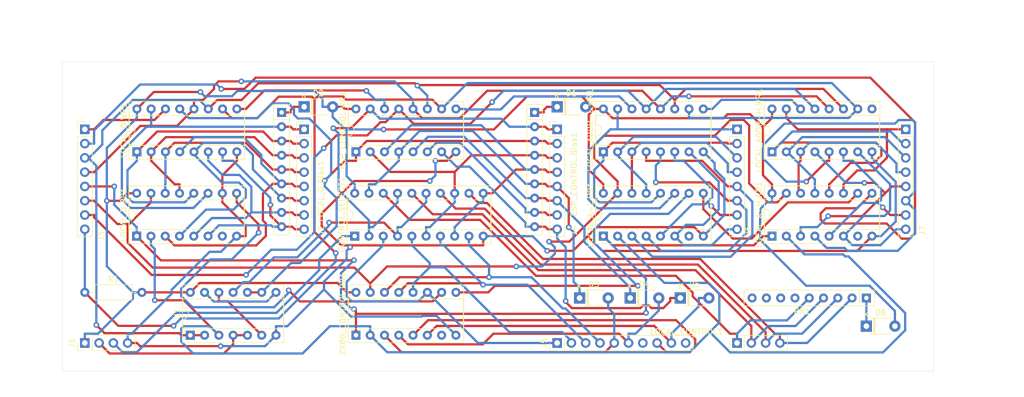
<source format=kicad_pcb>
(kicad_pcb (version 20221018) (generator pcbnew)
  (layers (0 "F.Cu" signal) (31 "B.Cu" signal) (34 "B.Paste" user) (35 "F.Paste" user) (36 "B.SilkS" user "B.Silkscreen") (37 "F.SilkS" user "F.Silkscreen") (38 "B.Mask" user) (39 "F.Mask" user) (44 "Edge.Cuts" user))
  (net 0 "")
  (net 1 "/SPI-Z80-BUS/ESP_CONTROL.BUSRQ")
  (net 2 "/SPI-Z80-BUS/ESP_CONTROL.RD")
  (net 3 "/SPI-Z80-BUS/Z80_CONTROL.RD")
  (net 4 "Net-(CONTROL.SELECT1-1A1)")
  (net 5 "/SPI-Z80-BUS/Z80_CONTROL.WR")
  (net 6 "/SPI-Z80-BUS/ESP_CONTROL.IORQ")
  (net 7 "/SPI-Z80-BUS/Z80_CONTROL.IORQ")
  (net 8 "/SPI-Z80-BUS/ESP_CONTROL.MEMRQ")
  (net 9 "/SPI-Z80-BUS/Z80_CONTROL.MEMRQ")
  (net 10 "GND")
  (net 11 "/SPI-Z80-BUS/LOCAL_CONTROL.MEMRQ")
  (net 12 "/SPI-Z80-BUS/LOCAL_CONTROL.IORQ")
  (net 13 "/SPI-Z80-BUS/LOCAL_CONTROL.WR")
  (net 14 "/SPI-Z80-BUS/LOCAL_CONTROL.RD")
  (net 15 "/SPI-Z80-BUS/!ESP_HARDLOCK")
  (net 16 "+5V")
  (net 17 "Net-(D1-K)")
  (net 18 "Net-(D2-K)")
  (net 19 "Net-(D6-K)")
  (net 20 "/SPI-Z80-BUS/Z80_CONTROL.BUSRQ")
  (net 21 "/SPI-Z80-BUS/ESP_CONTROL.WAIT")
  (net 22 "/SPI-Z80-BUS/Z80_CONTROL.WAIT")
  (net 23 "/SPI-Z80-BUS/ESP_CONTROL.ROMCS")
  (net 24 "/SPI-Z80-BUS/Z80_CONTROL.ROMCS")
  (net 25 "/SPI-Z80-BUS/ESP_CONTROL.NMI")
  (net 26 "/SPI-Z80-BUS/Z80_CONTROL.NMI")
  (net 27 "/SPI-Z80-BUS/ESP_CONTROL.WR")
  (net 28 "Net-(ESP_CONTROL.WR1-QH')")
  (net 29 "/SPI-Z80-BUS/ESP_SPI_INT.MR")
  (net 30 "/SPI-Z80-BUS/ESP_SPI_INT.SCK")
  (net 31 "/SPI-Z80-BUS/ESP_SPI_INT.STC")
  (net 32 "/SPI-Z80-BUS/ESP_SPI_INT.OE")
  (net 33 "Net-(ESP_CONTROL.WR1-SER)")
  (net 34 "/SPI-Z80-BUS/ESP_PULSE")
  (net 35 "/SPI-Z80-BUS/LOCAL_D0")
  (net 36 "/SPI-Z80-BUS/LOCAL_D1")
  (net 37 "/SPI-Z80-BUS/LOCAL_D2")
  (net 38 "/SPI-Z80-BUS/LOCAL_D3")
  (net 39 "/SPI-Z80-BUS/LOCAL_D4")
  (net 40 "/SPI-Z80-BUS/LOCAL_D5")
  (net 41 "/SPI-Z80-BUS/LOCAL_D6")
  (net 42 "/SPI-Z80-BUS/LOCAL_D7")
  (net 43 "/SPI-Z80-BUS/LOCAL_A0")
  (net 44 "/SPI-Z80-BUS/LOCAL_A1")
  (net 45 "/SPI-Z80-BUS/LOCAL_A2")
  (net 46 "/SPI-Z80-BUS/LOCAL_A3")
  (net 47 "/SPI-Z80-BUS/LOCAL_A4")
  (net 48 "/SPI-Z80-BUS/LOCAL_A5")
  (net 49 "/SPI-Z80-BUS/LOCAL_A6")
  (net 50 "/SPI-Z80-BUS/LOCAL_A7")
  (net 51 "/SPI-Z80-BUS/LOCAL_A8")
  (net 52 "/SPI-Z80-BUS/LOCAL_A9")
  (net 53 "/SPI-Z80-BUS/LOCAL_A10")
  (net 54 "/SPI-Z80-BUS/LOCAL_A11")
  (net 55 "/SPI-Z80-BUS/LOCAL_A12")
  (net 56 "/SPI-Z80-BUS/LOCAL_A13")
  (net 57 "/SPI-Z80-BUS/LOCAL_A14")
  (net 58 "/SPI-Z80-BUS/LOCAL_A15")
  (net 59 "/SPI-Z80-BUS/Z80_CONTROL.BUSACK")
  (net 60 "/SPI-Z80-BUS/ESP_SPI_INT.MOSI")
  (net 61 "/SPI-Z80-BUS/ESP_SPI_INT.MISO")
  (net 62 "/SPI-Z80-BUS/ESP_SPI_INT.PL")
  (net 63 "/SPI-Z80-BUS/ESP_SPI_INT.CE")
  (net 64 "/SPI-Z80-BUS/SPI-Z80-BUS_read/ESP_SPI_INT.SCK")
  (net 65 "Net-(LOCAL_A-H.RD1-DS)")
  (net 67 "Net-(LOCAL_A-L.RD1-DS)")
  (net 69 "Net-(LOCAL_ADDR-H.WR1-SER)")
  (net 76 "Net-(LOCAL_D.RD1-Q7)")
  (net 78 "/SPI-Z80-BUS/Z80_CONTROL.RESET")
  (net 79 "Net-(U1-Pad12)")
  (net 80 "Net-(U1-Pad13)")
  (footprint "Connector_PinHeader_2.54mm:PinHeader_1x04_P2.54mm_Vertical" (layer "F.Cu") (at 175 77 90)
    (fp_text reference "LOCAL_CONTROL1")
    (fp_text value "LOCAL_CONTROL")
  )
  (footprint "Package_DIP:DIP-16_W7.62mm_Socket" (layer "F.Cu") (at 107.22 75.62 90)
    (fp_text reference "ZX80_CONTROL.RD1")
    (fp_text value "74HC165N")
  )
  (footprint "Diode_THT:D_T-1_P5.08mm_Horizontal" (layer "F.Cu") (at 164.92 69)
    (fp_text reference "D5")
    (fp_text value "1N4148")
  )
  (footprint "Connector_PinHeader_2.54mm:PinHeader_1x08_P2.54mm_Vertical" (layer "F.Cu") (at 175 39)
    (fp_text reference "J6")
    (fp_text value "LOCAL_A-L")
  )
  (footprint "Diode_THT:D_T-1_P5.08mm_Horizontal" (layer "F.Cu") (at 147 69)
    (fp_text reference "D3")
    (fp_text value "1N4148")
  )
  (footprint "Resistor_THT:R_Array_SIP9" (layer "F.Cu") (at 198 69 180)
    (fp_text reference "RN1")
    (fp_text value "LOCAL_CONTROL.Bias")
  )
  (footprint "Package_DIP:DIP-14_W7.62mm_Socket" (layer "F.Cu") (at 77.76 75.62 90)
    (fp_text reference "U1")
    (fp_text value "74HC00")
  )
  (footprint "Diode_THT:D_T-1_P5.08mm_Horizontal" (layer "F.Cu") (at 143 35)
    (fp_text reference "D1")
    (fp_text value "1N4148")
  )
  (footprint "Package_DIP:DIP-16_W7.62mm_Socket" (layer "F.Cu") (at 68.26 43 90)
    (fp_text reference "LOCAL_D.WR1")
    (fp_text value "74595N")
  )
  (footprint "Package_DIP:DIP-16_W7.62mm_Socket" (layer "F.Cu") (at 68.22 58 90)
    (fp_text reference "LOCAL_D.RD1")
    (fp_text value "74HC165N")
  )
  (footprint "Package_DIP:DIP-16_W7.62mm_Socket" (layer "F.Cu") (at 107.22 43 90)
    (fp_text reference "ESP_CONTROL.WR1")
    (fp_text value "74595N")
  )
  (footprint "Connector_PinHeader_2.54mm:PinHeader_1x08_P2.54mm_Vertical" (layer "F.Cu") (at 59 39)
    (fp_text reference "J3")
    (fp_text value "ESP_SPI_INT")
  )
  (footprint "Package_DIP:DIP-20_W7.62mm_Socket" (layer "F.Cu") (at 107 58 90)
    (fp_text reference "CONTROL.SELECT1")
    (fp_text value "74HC244N")
  )
  (footprint "Diode_THT:D_T-1_P5.08mm_Horizontal" (layer "F.Cu") (at 156 69)
    (fp_text reference "D4")
    (fp_text value "1N4148")
  )
  (footprint "Connector_PinHeader_2.54mm:PinHeader_1x04_P2.54mm_Vertical" (layer "F.Cu") (at 59 77 90)
    (fp_text reference "J1")
    (fp_text value "PinHeader_2.54mm" hide)
  )
  (footprint "Connector_PinHeader_2.54mm:PinHeader_1x08_P2.54mm_Vertical" (layer "F.Cu") (at 205 39)
    (fp_text reference "J7")
    (fp_text value "LOCAL_A-H")
  )
  (footprint "Package_DIP:DIP-16_W7.62mm_Socket" (layer "F.Cu") (at 181.22 43 90)
    (fp_text reference "LOCAL_ADDR-H.WR1")
    (fp_text value "74595N")
  )
  (footprint "Package_DIP:DIP-16_W7.62mm_Socket" (layer "F.Cu") (at 151.22 43 90)
    (fp_text reference "LOCAL_ADDR-L.WR1")
    (fp_text value "74595N")
  )
  (footprint "Diode_THT:D_T-1_P5.08mm_Horizontal" (layer "F.Cu") (at 198 74)
    (fp_text reference "D6")
    (fp_text value "1N4148")
  )
  (footprint "Package_DIP:DIP-16_W7.62mm_Socket" (layer "F.Cu") (at 181.22 58 90)
    (fp_text reference "LOCAL_A-H.RD1")
    (fp_text value "74HC165N")
  )
  (footprint "Resistor_THT:R_Array_SIP9" (layer "F.Cu") (at 139 36 -90)
    (fp_text reference "ESP_CONTROL.Bias1")
    (fp_text value "4609M-101-103LF")
  )
  (footprint "Diode_THT:D_T-1_P5.08mm_Horizontal" (layer "F.Cu") (at 98 35)
    (fp_text reference "D2")
    (fp_text value "1N4148")
  )
  (footprint "Package_DIP:DIP-16_W7.62mm_Socket" (layer "F.Cu") (at 151.22 58 90)
    (fp_text reference "LOCAL_A-L.RD1")
    (fp_text value "74HC165N")
  )
  (footprint "Connector_PinHeader_2.54mm:PinHeader_1x08_P2.54mm_Vertical" (layer "F.Cu") (at 98 39)
    (fp_text reference "J2")
    (fp_text value "LOCAL_D")
  )
  (footprint "Connector_PinHeader_2.54mm:PinHeader_1x10_P2.54mm_Vertical" (layer "F.Cu") (at 143 77 90)
    (fp_text reference "J5")
    (fp_text value "Z80_CONTROL")
  )
  (footprint "Resistor_THT:R_Axial_DIN0207_L6.3mm_D2.5mm_P10.16mm_Horizontal" (layer "F.Cu") (at 59 68)
    (fp_text reference "R1")
    (fp_text value "22K")
  )
  (footprint "Resistor_THT:R_Array_SIP9" (layer "F.Cu") (at 94 36 -90)
    (fp_text reference "LOCAL_D.Bias1")
    (fp_text value "4609M-101-103LF")
  )
  (footprint "Connector_PinHeader_2.54mm:PinHeader_1x08_P2.54mm_Vertical" (layer "F.Cu") (at 143 39)
    (fp_text reference "J4")
    (fp_text value "ESP_CONTROL")
  )
  (gr_rect (start 55 27) (end 210 82) (stroke (width 0.05)) (fill none) (layer "Edge.Cuts"))
  (segment (start 142.5432 49.16) (end 143 49.16) (width 0.4) (layer "F.Cu") (net 1))
  (segment (start 143 49.16) (end 145.0659 51.2259) (width 0.4) (layer "F.Cu") (net 1))
  (segment (start 140.8899 48.7) (end 139 48.7) (width 0.4) (layer "F.Cu") (net 1))
  (segment (start 145.0659 51.2259) (end 145.0659 56.4227) (width 0.4) (layer "F.Cu") (net 1))
  (segment (start 142.5432 49.16) (end 141.3499 49.16) (width 0.4) (layer "F.Cu") (net 1))
  (segment (start 141.3499 49.16) (end 140.8899 48.7) (width 0.4) (layer "F.Cu") (net 1))
  (via (at 145.0659 56.4227) (size 1) (drill 0.5) (layers "F.Cu" "B.Cu") (net 1))
  (segment (start 114.84 43) (end 114.84 44.6001) (width 0.4) (layer "B.Cu") (net 1))
  (segment (start 145.0659 56.4227) (end 145.9261 57.2829) (width 0.4) (layer "B.Cu") (net 1))
  (segment (start 110.6602 48.7799) (end 114.84 44.6001) (width 0.4) (layer "B.Cu") (net 1))
  (segment (start 137.3999 48.7) (end 127.9894 39.2895) (width 0.4) (layer "B.Cu") (net 1))
  (segment (start 147 69) (end 147 67.1999) (width 0.4) (layer "B.Cu") (net 1))
  (segment (start 109.54 50.38) (end 109.54 48.7799) (width 0.4) (layer "B.Cu") (net 1))
  (segment (start 139 48.7) (end 137.3999 48.7) (width 0.4) (layer "B.Cu") (net 1))
  (segment (start 118.5505 39.2895) (end 114.84 43) (width 0.4) (layer "B.Cu") (net 1))
  (segment (start 127.9894 39.2895) (end 118.5505 39.2895) (width 0.4) (layer "B.Cu") (net 1))
  (segment (start 145.9261 66.126) (end 147 67.1999) (width 0.4) (layer "B.Cu") (net 1))
  (segment (start 145.9261 57.2829) (end 145.9261 66.126) (width 0.4) (layer "B.Cu") (net 1))
  (segment (start 109.54 48.7799) (end 110.6602 48.7799) (width 0.4) (layer "B.Cu") (net 1))
  (segment (start 141.3499 39) (end 140.8899 38.54) (width 0.4) (layer "F.Cu") (net 2))
  (segment (start 109.76 35.38) (end 106.3363 38.8037) (width 0.4) (layer "F.Cu") (net 2))
  (segment (start 143 39) (end 141.3499 39) (width 0.4) (layer "F.Cu") (net 2))
  (segment (start 106.3363 38.8037) (end 103.2009 38.8037) (width 0.4) (layer "F.Cu") (net 2))
  (segment (start 103.2009 38.8037) (end 103.2009 38.8038) (width 0.4) (layer "F.Cu") (net 2))
  (segment (start 140.8899 38.54) (end 139 38.54) (width 0.4) (layer "F.Cu") (net 2))
  (via (at 103.2009 38.8038) (size 1) (drill 0.5) (layers "F.Cu" "B.Cu") (net 2))
  (segment (start 133.0903 37.1054) (end 111.4854 37.1054) (width 0.4) (layer "B.Cu") (net 2))
  (segment (start 134.5249 38.54) (end 133.0903 37.1054) (width 0.4) (layer "B.Cu") (net 2))
  (segment (start 109.54 56.3999) (end 109.54 55.1854) (width 0.4) (layer "B.Cu") (net 2))
  (segment (start 111.4854 37.1054) (end 109.76 35.38) (width 0.4) (layer "B.Cu") (net 2))
  (segment (start 110.2002 56.3999) (end 109.54 56.3999) (width 0.4) (layer "B.Cu") (net 2))
  (segment (start 104.1277 49.7731) (end 104.1277 39.7306) (width 0.4) (layer "B.Cu") (net 2))
  (segment (start 139 38.54) (end 134.5249 38.54) (width 0.4) (layer "B.Cu") (net 2))
  (segment (start 114.62 51.9801) (end 110.2002 56.3999) (width 0.4) (layer "B.Cu") (net 2))
  (segment (start 114.62 50.38) (end 114.62 51.9801) (width 0.4) (layer "B.Cu") (net 2))
  (segment (start 109.54 55.1854) (end 104.1277 49.7731) (width 0.4) (layer "B.Cu") (net 2))
  (segment (start 109.54 58) (end 109.54 56.3999) (width 0.4) (layer "B.Cu") (net 2))
  (segment (start 104.1277 39.7306) (end 103.2009 38.8038) (width 0.4) (layer "B.Cu") (net 2))
  (segment (start 143 77) (end 128.92 77) (width 0.4) (layer "B.Cu") (net 3))
  (segment (start 105.5683 66.1118) (end 105.5683 68.6696) (width 0.4) (layer "B.Cu") (net 3))
  (segment (start 106.5097 69.611) (end 118.309 69.611) (width 0.4) (layer "B.Cu") (net 3))
  (segment (start 118.309 69.611) (end 119.92 68) (width 0.4) (layer "B.Cu") (net 3))
  (segment (start 112.08 59.6001) (end 105.5683 66.1118) (width 0.4) (layer "B.Cu") (net 3))
  (segment (start 112.08 58) (end 112.08 59.6001) (width 0.4) (layer "B.Cu") (net 3))
  (segment (start 105.5683 68.6696) (end 106.5097 69.611) (width 0.4) (layer "B.Cu") (net 3))
  (segment (start 128.92 77) (end 119.92 68) (width 0.4) (layer "B.Cu") (net 3))
  (segment (start 112.2111 55.5911) (end 102.4441 55.5911) (width 0.4) (layer "F.Cu") (net 4))
  (segment (start 114.62 58) (end 112.2111 55.5911) (width 0.4) (layer "F.Cu") (net 4))
  (via (at 102.4441 55.5911) (size 1) (drill 0.5) (layers "F.Cu" "B.Cu") (net 4))
  (segment (start 87.1821 66.1979) (end 88.2119 66.1979) (width 0.4) (layer "B.Cu") (net 4))
  (segment (start 92.6387 61.7711) (end 96.7945 61.7711) (width 0.4) (layer "B.Cu") (net 4))
  (segment (start 88.2119 66.1979) (end 92.6387 61.7711) (width 0.4) (layer "B.Cu") (net 4))
  (segment (start 85.38 68) (end 87.1821 66.1979) (width 0.4) (layer "B.Cu") (net 4))
  (segment (start 114.62 56.3999) (end 115.2802 56.3999) (width 0.4) (layer "B.Cu") (net 4))
  (segment (start 96.7945 61.7711) (end 102.4441 56.1215) (width 0.4) (layer "B.Cu") (net 4))
  (segment (start 114.62 58) (end 114.62 56.3999) (width 0.4) (layer "B.Cu") (net 4))
  (segment (start 102.4441 56.1215) (end 102.4441 55.5911) (width 0.4) (layer "B.Cu") (net 4))
  (segment (start 115.2802 56.3999) (end 119.7 51.9801) (width 0.4) (layer "B.Cu") (net 4))
  (segment (start 119.7 50.38) (end 119.7 51.9801) (width 0.4) (layer "B.Cu") (net 4))
  (segment (start 120.4076 63.5461) (end 122.983 63.5461) (width 0.4) (layer "B.Cu") (net 5))
  (segment (start 117.16 58) (end 117.16 59.6001) (width 0.4) (layer "B.Cu") (net 5))
  (segment (start 145.54 76.6834) (end 145.54 77) (width 0.4) (layer "B.Cu") (net 5))
  (segment (start 117.476 66.3999) (end 120.3687 63.5072) (width 0.4) (layer "B.Cu") (net 5))
  (segment (start 120.3687 62.8088) (end 117.16 59.6001) (width 0.4) (layer "B.Cu") (net 5))
  (segment (start 143.931 75.0744) (end 145.54 76.6834) (width 0.4) (layer "B.Cu") (net 5))
  (segment (start 117.38 66.3999) (end 117.476 66.3999) (width 0.4) (layer "B.Cu") (net 5))
  (segment (start 134.5113 75.0744) (end 143.931 75.0744) (width 0.4) (layer "B.Cu") (net 5))
  (segment (start 122.983 63.5461) (end 134.5113 75.0744) (width 0.4) (layer "B.Cu") (net 5))
  (segment (start 117.38 68) (end 117.38 66.3999) (width 0.4) (layer "B.Cu") (net 5))
  (segment (start 120.3687 63.5072) (end 120.4076 63.5461) (width 0.4) (layer "B.Cu") (net 5))
  (segment (start 120.3687 63.5072) (end 120.3687 62.8088) (width 0.4) (layer "B.Cu") (net 5))
  (segment (start 124.78 46.58) (end 124.78 48.7799) (width 0.4) (layer "F.Cu") (net 6))
  (segment (start 127.74 43.62) (end 124.78 46.58) (width 0.4) (layer "F.Cu") (net 6))
  (segment (start 124.78 46.58) (end 113.34 46.58) (width 0.4) (layer "F.Cu") (net 6))
  (segment (start 143 44.08) (end 141.3499 44.08) (width 0.4) (layer "F.Cu") (net 6))
  (segment (start 124.78 50.38) (end 124.78 48.7799) (width 0.4) (layer "F.Cu") (net 6))
  (segment (start 141.3499 44.08) (end 140.8899 43.62) (width 0.4) (layer "F.Cu") (net 6))
  (segment (start 113.34 46.58) (end 109.76 43) (width 0.4) (layer "F.Cu") (net 6))
  (segment (start 139 43.62) (end 127.74 43.62) (width 0.4) (layer "F.Cu") (net 6))
  (segment (start 140.8899 43.62) (end 139 43.62) (width 0.4) (layer "F.Cu") (net 6))
  (segment (start 120.3602 56.3999) (end 124.78 51.9801) (width 0.4) (layer "B.Cu") (net 6))
  (segment (start 119.7 58) (end 119.7 56.3999) (width 0.4) (layer "B.Cu") (net 6))
  (segment (start 124.78 50.38) (end 124.78 51.9801) (width 0.4) (layer "B.Cu") (net 6))
  (segment (start 119.7 56.3999) (end 120.3602 56.3999) (width 0.4) (layer "B.Cu") (net 6))
  (segment (start 116.4619 66.3781) (end 129.5657 66.3781) (width 0.4) (layer "F.Cu") (net 7))
  (segment (start 114.84 68) (end 116.4619 66.3781) (width 0.4) (layer "F.Cu") (net 7))
  (segment (start 129.5657 66.3781) (end 129.8246 66.637) (width 0.4) (layer "F.Cu") (net 7))
  (via (at 129.8246 66.637) (size 1) (drill 0.5) (layers "F.Cu" "B.Cu") (net 7))
  (segment (start 122.7877 59.6001) (end 122.24 59.6001) (width 0.4) (layer "B.Cu") (net 7))
  (segment (start 137.717 66.637) (end 148.08 77) (width 0.4) (layer "B.Cu") (net 7))
  (segment (start 129.8246 66.637) (end 122.7877 59.6001) (width 0.4) (layer "B.Cu") (net 7))
  (segment (start 122.24 58) (end 122.24 59.6001) (width 0.4) (layer "B.Cu") (net 7))
  (segment (start 129.8246 66.637) (end 137.717 66.637) (width 0.4) (layer "B.Cu") (net 7))
  (segment (start 129.86 50.38) (end 131.4601 50.38) (width 0.4) (layer "F.Cu") (net 8))
  (segment (start 141.3499 46.62) (end 140.8899 46.16) (width 0.4) (layer "F.Cu") (net 8))
  (segment (start 135.6801 46.16) (end 139 46.16) (width 0.4) (layer "F.Cu") (net 8))
  (segment (start 140.8899 46.16) (end 139 46.16) (width 0.4) (layer "F.Cu") (net 8))
  (segment (start 143 46.62) (end 141.3499 46.62) (width 0.4) (layer "F.Cu") (net 8))
  (segment (start 131.4601 50.38) (end 135.6801 46.16) (width 0.4) (layer "F.Cu") (net 8))
  (segment (start 129.5167 38.2768) (end 137.3999 46.16) (width 0.4) (layer "B.Cu") (net 8))
  (segment (start 139 46.16) (end 137.3999 46.16) (width 0.4) (layer "B.Cu") (net 8))
  (segment (start 117.0232 38.2768) (end 129.5167 38.2768) (width 0.4) (layer "B.Cu") (net 8))
  (segment (start 129.1998 51.9801) (end 124.78 56.3999) (width 0.4) (layer "B.Cu") (net 8))
  (segment (start 124.78 58) (end 124.78 56.3999) (width 0.4) (layer "B.Cu") (net 8))
  (segment (start 112.3 43) (end 117.0232 38.2768) (width 0.4) (layer "B.Cu") (net 8))
  (segment (start 129.86 51.9801) (end 129.1998 51.9801) (width 0.4) (layer "B.Cu") (net 8))
  (segment (start 129.86 50.38) (end 129.86 51.9801) (width 0.4) (layer "B.Cu") (net 8))
  (segment (start 114.9962 65.3038) (end 130.8893 65.3038) (width 0.4) (layer "F.Cu") (net 9))
  (segment (start 112.3 68) (end 114.9962 65.3038) (width 0.4) (layer "F.Cu") (net 9))
  (via (at 130.8893 65.3038) (size 1) (drill 0.5) (layers "F.Cu" "B.Cu") (net 9))
  (segment (start 143.9787 70.8474) (end 144.4674 70.8474) (width 0.4) (layer "B.Cu") (net 9))
  (segment (start 127.32 59.6001) (end 130.8893 63.1694) (width 0.4) (layer "B.Cu") (net 9))
  (segment (start 138.4351 65.3038) (end 143.9787 70.8474) (width 0.4) (layer "B.Cu") (net 9))
  (segment (start 130.8893 63.1694) (end 130.8893 65.3038) (width 0.4) (layer "B.Cu") (net 9))
  (segment (start 130.8893 65.3038) (end 138.4351 65.3038) (width 0.4) (layer "B.Cu") (net 9))
  (segment (start 144.4674 70.8474) (end 150.62 77) (width 0.4) (layer "B.Cu") (net 9))
  (segment (start 127.32 58) (end 127.32 59.6001) (width 0.4) (layer "B.Cu") (net 9))
  (segment (start 66.62 77) (end 68.2701 77) (width 0.4) (layer "F.Cu") (net 10))
  (segment (start 148.431 58.0105) (end 151.0539 60.6335) (width 0.4) (layer "F.Cu") (net 10))
  (segment (start 141.232 60.6027) (end 145.8388 60.6027) (width 0.4) (layer "F.Cu") (net 10))
  (segment (start 129.8174 59.6427) (end 129.86 59.6001) (width 0.4) (layer "F.Cu") (net 10))
  (segment (start 129.86 58) (end 129.86 59.6001) (width 0.4) (layer "F.Cu") (net 10))
  (segment (start 101.1294 56.1593) (end 101.1294 53.9689) (width 0.4) (layer "F.Cu") (net 10))
  (segment (start 167.3976 56.3976) (end 169 58) (width 0.4) (layer "F.Cu") (net 10))
  (segment (start 83.46 47.1801) (end 86.04 44.6001) (width 0.4) (layer "F.Cu") (net 10))
  (segment (start 106.18 59.6427) (end 104.6128 59.6427) (width 0.4) (layer "F.Cu") (net 10))
  (segment (start 83.46 50.8721) (end 83.46 50.38) (width 0.4) (layer "F.Cu") (net 10))
  (segment (start 104.6128 59.6427) (end 101.1294 56.1593) (width 0.4) (layer "F.Cu") (net 10))
  (segment (start 148.431 58.0105) (end 150.0439 56.3976) (width 0.4) (layer "F.Cu") (net 10))
  (segment (start 106.18 59.6427) (end 129.8174 59.6427) (width 0.4) (layer "F.Cu") (net 10))
  (segment (start 123.3998 44.6002) (end 121.3573 44.6002) (width 0.4) (layer "F.Cu") (net 10))
  (segment (start 150.0439 56.3976) (end 167.3976 56.3976) (width 0.4) (layer "F.Cu") (net 10))
  (segment (start 68.2701 77) (end 68.8352 77.5651) (width 0.4) (layer "F.Cu") (net 10))
  (segment (start 86.04 43) (end 86.04 44.6001) (width 0.4) (layer "F.Cu") (net 10))
  (segment (start 145.8388 60.6027) (end 148.431 58.0105) (width 0.4) (layer "F.Cu") (net 10))
  (segment (start 86 58) (end 87.6001 58) (width 0.4) (layer "F.Cu") (net 10))
  (segment (start 196.3665 60.6335) (end 199 58) (width 0.4) (layer "F.Cu") (net 10))
  (segment (start 83.46 51.9801) (end 87.6001 56.1202) (width 0.4) (layer "F.Cu") (net 10))
  (segment (start 87.6001 56.1202) (end 87.6001 58) (width 0.4) (layer "F.Cu") (net 10))
  (segment (start 125 43) (end 123.3998 44.6002) (width 0.4) (layer "F.Cu") (net 10))
  (segment (start 151.0539 60.6335) (end 196.3665 60.6335) (width 0.4) (layer "F.Cu") (net 10))
  (segment (start 83.46 50.38) (end 83.46 47.1801) (width 0.4) (layer "F.Cu") (net 10))
  (segment (start 106.9035 48.1948) (end 120.3602 48.1948) (width 0.4) (layer "F.Cu") (net 10))
  (segment (start 106.18 59.9706) (end 106.18 59.6427) (width 0.4) (layer "F.Cu") (net 10))
  (segment (start 83.46 50.8721) (end 83.46 51.9801) (width 0.4) (layer "F.Cu") (net 10))
  (segment (start 68.8352 77.5651) (end 83.1521 77.5651) (width 0.4) (layer "F.Cu") (net 10))
  (segment (start 101.1294 53.9689) (end 106.9035 48.1948) (width 0.4) (layer "F.Cu") (net 10))
  (via (at 121.3573 44.6002) (size 1) (drill 0.5) (layers "F.Cu" "B.Cu") (net 10))
  (via (at 120.3602 48.1948) (size 1) (drill 0.5) (layers "F.Cu" "B.Cu") (net 10))
  (via (at 83.1521 77.5651) (size 1) (drill 0.5) (layers "F.Cu" "B.Cu") (net 10))
  (via (at 141.232 60.6027) (size 1) (drill 0.5) (layers "F.Cu" "B.Cu") (net 10))
  (via (at 106.18 59.9706) (size 1) (drill 0.5) (layers "F.Cu" "B.Cu") (net 10))
  (segment (start 172.7458 54.2542) (end 169 58) (width 0.4) (layer "B.Cu") (net 10))
  (segment (start 129.86 58) (end 138.6293 58) (width 0.4) (layer "B.Cu") (net 10))
  (segment (start 199 44.1255) (end 199 43) (width 0.4) (layer "B.Cu") (net 10))
  (segment (start 169 43) (end 171.0102 45.0102) (width 0.4) (layer "B.Cu") (net 10))
  (segment (start 91.0549 77.5651) (end 93 75.62) (width 0.4) (layer "B.Cu") (net 10))
  (segment (start 93 74.0199) (end 95.0143 74.0199) (width 0.4) (layer "B.Cu") (net 10))
  (segment (start 93 75.62) (end 93 74.0199) (width 0.4) (layer "B.Cu") (net 10))
  (segment (start 106.18 59.9706) (end 105.5598 60.5908) (width 0.4) (layer "B.Cu") (net 10))
  (segment (start 106.3589 72.3063) (end 101.5434 67.4908) (width 0.4) (layer "B.Cu") (net 10))
  (segment (start 81.1862 60.7835) (end 74.4403 67.5294) (width 0.4) (layer "B.Cu") (net 10))
  (segment (start 74.4403 67.5294) (end 74.4403 68.2366) (width 0.4) (layer "B.Cu") (net 10))
  (segment (start 86 58) (end 83.2165 60.7835) (width 0.4) (layer "B.Cu") (net 10))
  (segment (start 171.0102 45.0102) (end 171.0103 45.0102) (width 0.4) (layer "B.Cu") (net 10))
  (segment (start 118.9087 72.3063) (end 106.3589 72.3063) (width 0.4) (layer "B.Cu") (net 10))
  (segment (start 83.2165 60.7835) (end 81.1862 60.7835) (width 0.4) (layer "B.Cu") (net 10))
  (segment (start 121.3573 44.6002) (end 121.3573 47.1977) (width 0.4) (layer "B.Cu") (net 10))
  (segment (start 200.6001 58) (end 203.2162 55.3839) (width 0.4) (layer "B.Cu") (net 10))
  (segment (start 105.5598 60.5908) (end 105.5598 62.0601) (width 0.4) (layer "B.Cu") (net 10))
  (segment (start 83.1521 77.5651) (end 91.0549 77.5651) (width 0.4) (layer "B.Cu") (net 10))
  (segment (start 203.2162 55.3839) (end 203.2162 48.3417) (width 0.4) (layer "B.Cu") (net 10))
  (segment (start 67.327 75.3499) (end 66.62 75.3499) (width 0.4) (layer "B.Cu") (net 10))
  (segment (start 95.0143 74.0199) (end 101.5434 67.4908) (width 0.4) (layer "B.Cu") (net 10))
  (segment (start 171.0103 45.0102) (end 171.0103 46.1195) (width 0.4) (layer "B.Cu") (net 10))
  (segment (start 172.7458 47.855) (end 172.7458 54.2542) (width 0.4) (layer "B.Cu") (net 10))
  (segment (start 105.5598 62.0601) (end 101.5434 66.0765) (width 0.4) (layer "B.Cu") (net 10))
  (segment (start 199 58) (end 200.6001 58) (width 0.4) (layer "B.Cu") (net 10))
  (segment (start 101.5434 66.0765) (end 101.5434 67.4908) (width 0.4) (layer "B.Cu") (net 10))
  (segment (start 121.5589 72.1789) (end 119.0361 72.1789) (width 0.4) (layer "B.Cu") (net 10))
  (segment (start 74.4403 68.2366) (end 67.327 75.3499) (width 0.4) (layer "B.Cu") (net 10))
  (segment (start 203.2162 48.3417) (end 199 44.1255) (width 0.4) (layer "B.Cu") (net 10))
  (segment (start 119.0361 72.1789) (end 118.9087 72.3063) (width 0.4) (layer "B.Cu") (net 10))
  (segment (start 171.0103 46.1195) (end 172.7458 47.855) (width 0.4) (layer "B.Cu") (net 10))
  (segment (start 125 75.62) (end 121.5589 72.1789) (width 0.4) (layer "B.Cu") (net 10))
  (segment (start 138.6293 58) (end 141.232 60.6027) (width 0.4) (layer "B.Cu") (net 10))
  (segment (start 66.62 77) (end 66.62 75.3499) (width 0.4) (layer "B.Cu") (net 10))
  (segment (start 121.3573 47.1977) (end 120.3602 48.1948) (width 0.4) (layer "B.Cu") (net 10))
  (segment (start 140.4822 62.0515) (end 168.437 62.0515) (width 0.4) (layer "F.Cu") (net 11))
  (segment (start 182.62 77) (end 182.62 75.3499) (width 0.4) (layer "F.Cu") (net 11))
  (segment (start 168.437 62.0515) (end 181.7354 75.3499) (width 0.4) (layer "F.Cu") (net 11))
  (segment (start 129.0437 52.1037) (end 130.5344 52.1037) (width 0.4) (layer "F.Cu") (net 11))
  (segment (start 130.5344 52.1037) (end 140.4822 62.0515) (width 0.4) (layer "F.Cu") (net 11))
  (segment (start 181.7354 75.3499) (end 182.62 75.3499) (width 0.4) (layer "F.Cu") (net 11))
  (segment (start 127.32 50.38) (end 129.0437 52.1037) (width 0.4) (layer "F.Cu") (net 11))
  (segment (start 182.62 77) (end 187.46 77) (width 0.4) (layer "B.Cu") (net 11))
  (segment (start 187.46 77) (end 195.46 69) (width 0.4) (layer "B.Cu") (net 11))
  (segment (start 122.24 50.38) (end 124.9638 53.1038) (width 0.4) (layer "F.Cu") (net 12))
  (segment (start 124.9638 53.1038) (end 130.1202 53.1038) (width 0.4) (layer "F.Cu") (net 12))
  (segment (start 140.068 63.0516) (end 168.0226 63.0516) (width 0.4) (layer "F.Cu") (net 12))
  (segment (start 130.1202 53.1038) (end 140.068 63.0516) (width 0.4) (layer "F.Cu") (net 12))
  (segment (start 180.08 75.109) (end 180.08 77) (width 0.4) (layer "F.Cu") (net 12))
  (segment (start 168.0226 63.0516) (end 180.08 75.109) (width 0.4) (layer "F.Cu") (net 12))
  (segment (start 181.7419 75.3381) (end 186.5819 75.3381) (width 0.4) (layer "B.Cu") (net 12))
  (segment (start 186.5819 75.3381) (end 192.92 69) (width 0.4) (layer "B.Cu") (net 12))
  (segment (start 180.08 77) (end 181.7419 75.3381) (width 0.4) (layer "B.Cu") (net 12))
  (segment (start 129.706 54.1039) (end 139.6538 64.0517) (width 0.4) (layer "F.Cu") (net 13))
  (segment (start 167.6082 64.0517) (end 177.54 73.9835) (width 0.4) (layer "F.Cu") (net 13))
  (segment (start 120.8839 54.1039) (end 129.706 54.1039) (width 0.4) (layer "F.Cu") (net 13))
  (segment (start 117.16 50.38) (end 120.8839 54.1039) (width 0.4) (layer "F.Cu") (net 13))
  (segment (start 177.54 73.9835) (end 177.54 77) (width 0.4) (layer "F.Cu") (net 13))
  (segment (start 139.6538 64.0517) (end 167.6082 64.0517) (width 0.4) (layer "F.Cu") (net 13))
  (segment (start 180.5554 73.9846) (end 177.54 77) (width 0.4) (layer "B.Cu") (net 13))
  (segment (start 185.3954 73.9846) (end 180.5554 73.9846) (width 0.4) (layer "B.Cu") (net 13))
  (segment (start 190.38 69) (end 185.3954 73.9846) (width 0.4) (layer "B.Cu") (net 13))
  (segment (start 129.2918 55.104) (end 139.2396 65.0518) (width 0.4) (layer "F.Cu") (net 14))
  (segment (start 164.1243 65.0518) (end 167.1063 68.0338) (width 0.4) (layer "F.Cu") (net 14))
  (segment (start 175 77) (end 175 75.3499) (width 0.4) (layer "F.Cu") (net 14))
  (segment (start 173.7521 75.3499) (end 175 75.3499) (width 0.4) (layer "F.Cu") (net 14))
  (segment (start 112.08 50.38) (end 116.804 55.104) (width 0.4) (layer "F.Cu") (net 14))
  (segment (start 167.1063 68.0338) (end 167.1063 68.7041) (width 0.4) (layer "F.Cu") (net 14))
  (segment (start 167.1063 68.7041) (end 173.7521 75.3499) (width 0.4) (layer "F.Cu") (net 14))
  (segment (start 116.804 55.104) (end 129.2918 55.104) (width 0.4) (layer "F.Cu") (net 14))
  (segment (start 139.2396 65.0518) (end 164.1243 65.0518) (width 0.4) (layer "F.Cu") (net 14))
  (segment (start 183.8555 72.9845) (end 177.3654 72.9845) (width 0.4) (layer "B.Cu") (net 14))
  (segment (start 177.3654 72.9845) (end 175 75.3499) (width 0.4) (layer "B.Cu") (net 14))
  (segment (start 175 77) (end 175 75.3499) (width 0.4) (layer "B.Cu") (net 14))
  (segment (start 187.84 69) (end 183.8555 72.9845) (width 0.4) (layer "B.Cu") (net 14))
  (segment (start 104.7908 58) (end 105.3999 58) (width 0.4) (layer "B.Cu") (net 15))
  (segment (start 107 58) (end 105.3999 58) (width 0.4) (layer "B.Cu") (net 15))
  (segment (start 100.68 62.1108) (end 104.7908 58) (width 0.4) (layer "B.Cu") (net 15))
  (segment (start 65.7357 78.6557) (end 68.2509 78.6557) (width 0.4) (layer "B.Cu") (net 15))
  (segment (start 93.0831 71.6435) (end 100.68 64.0466) (width 0.4) (layer "B.Cu") (net 15))
  (segment (start 100.68 64.0466) (end 100.68 62.1108) (width 0.4) (layer "B.Cu") (net 15))
  (segment (start 75.2631 71.6435) (end 93.0831 71.6435) (width 0.4) (layer "B.Cu") (net 15))
  (segment (start 68.2509 78.6557) (end 75.2631 71.6435) (width 0.4) (layer "B.Cu") (net 15))
  (segment (start 64.08 77) (end 65.7357 78.6557) (width 0.4) (layer "B.Cu") (net 15))
  (segment (start 149.6199 35.38) (end 148.6198 36.3801) (width 0.4) (layer "F.Cu") (net 16))
  (segment (start 179.6106 47.1705) (end 181.22 48.7799) (width 0.4) (layer "F.Cu") (net 16))
  (segment (start 131.7565 39.0242) (end 137.6194 33.1613) (width 0.4) (layer "F.Cu") (net 16))
  (segment (start 173.3106 36.3185) (end 172.5996 37.0295) (width 0.4) (layer "F.Cu") (net 16))
  (segment (start 105.6199 68) (end 103.9499 66.33) (width 0.4) (layer "F.Cu") (net 16))
  (segment (start 148.6198 36.3801) (end 148.6198 46.1797) (width 0.4) (layer "F.Cu") (net 16))
  (segment (start 68.22 50.38) (end 66.6199 50.38) (width 0.4) (layer "F.Cu") (net 16))
  (segment (start 103.08 35) (end 104.8801 35) (width 0.4) (layer "F.Cu") (net 16))
  (segment (start 112.1272 39.0242) (end 131.7565 39.0242) (width 0.4) (layer "F.Cu") (net 16))
  (segment (start 107.22 35.38) (end 106.2151 35.38) (width 0.4) (layer "F.Cu") (net 16))
  (segment (start 65.2829 51.717) (end 66.6199 50.38) (width 0.4) (layer "F.Cu") (net 16))
  (segment (start 107.22 68) (end 105.6199 68) (width 0.4) (layer "F.Cu") (net 16))
  (segment (start 149.2399 35) (end 149.6199 35.38) (width 0.4) (layer "F.Cu") (net 16))
  (segment (start 147.4012 33.1613) (end 149.2399 35) (width 0.4) (layer "F.Cu") (net 16))
  (segment (start 71.2786 32.3614) (end 79.5557 32.3614) (width 0.4) (layer "F.Cu") (net 16))
  (segment (start 151.22 50.38) (end 151.22 48.7799) (width 0.4) (layer "F.Cu") (net 16))
  (segment (start 179.6106 38.5895) (end 177.3396 36.3185) (width 0.4) (layer "F.Cu") (net 16))
  (segment (start 105.2601 35.38) (end 106.2151 35.38) (width 0.4) (layer "F.Cu") (net 16))
  (segment (start 79.43 66.33) (end 77.76 68) (width 0.4) (layer "F.Cu") (net 16))
  (segment (start 179.6106 38.5895) (end 179.6106 47.1705) (width 0.4) (layer "F.Cu") (net 16))
  (segment (start 148.6198 46.1797) (end 151.22 48.7799) (width 0.4) (layer "F.Cu") (net 16))
  (segment (start 148.08 35) (end 149.2399 35) (width 0.4) (layer "F.Cu") (net 16))
  (segment (start 103.9499 66.33) (end 79.43 66.33) (width 0.4) (layer "F.Cu") (net 16))
  (segment (start 181.22 50.38) (end 181.22 48.7799) (width 0.4) (layer "F.Cu") (net 16))
  (segment (start 68.26 35.38) (end 71.2786 32.3614) (width 0.4) (layer "F.Cu") (net 16))
  (segment (start 152.8695 37.0295) (end 151.22 35.38) (width 0.4) (layer "F.Cu") (net 16))
  (segment (start 77.76 68) (end 69.16 68) (width 0.4) (layer "F.Cu") (net 16))
  (segment (start 137.6194 33.1613) (end 147.4012 33.1613) (width 0.4) (layer "F.Cu") (net 16))
  (segment (start 62.9126 51.717) (end 65.2829 51.717) (width 0.4) (layer "F.Cu") (net 16))
  (segment (start 181.22 36.9801) (end 179.6106 38.5895) (width 0.4) (layer "F.Cu") (net 16))
  (segment (start 177.3396 36.3185) (end 173.3106 36.3185) (width 0.4) (layer "F.Cu") (net 16))
  (segment (start 151.22 35.38) (end 149.6199 35.38) (width 0.4) (layer "F.Cu") (net 16))
  (segment (start 172.5996 37.0295) (end 152.8695 37.0295) (width 0.4) (layer "F.Cu") (net 16))
  (segment (start 104.8801 35) (end 105.2601 35.38) (width 0.4) (layer "F.Cu") (net 16))
  (segment (start 181.22 35.38) (end 181.22 36.9801) (width 0.4) (layer "F.Cu") (net 16))
  (via (at 79.5557 32.3614) (size 1) (drill 0.5) (layers "F.Cu" "B.Cu") (net 16))
  (via (at 112.1272 39.0242) (size 1) (drill 0.5) (layers "F.Cu" "B.Cu") (net 16))
  (via (at 62.9126 51.717) (size 1) (drill 0.5) (layers "F.Cu" "B.Cu") (net 16))
  (segment (start 80.3121 33.1178) (end 85.1754 33.1178) (width 0.4) (layer "B.Cu") (net 16))
  (segment (start 105.5556 39.0242) (end 105.5556 47.3355) (width 0.4) (layer "B.Cu") (net 16))
  (segment (start 187.2862 66.8169) (end 198.5804 66.8169) (width 0.4) (layer "B.Cu") (net 16))
  (segment (start 59 75.3499) (end 61.3398 75.3499) (width 0.4) (layer "B.Cu") (net 16))
  (segment (start 107 50.38) (end 107 48.7799) (width 0.4) (layer "B.Cu") (net 16))
  (segment (start 203.08 71.3165) (end 203.08 74) (width 0.4) (layer "B.Cu") (net 16))
  (segment (start 68.26 35.38) (end 68.26 36.9801) (width 0.4) (layer "B.Cu") (net 16))
  (segment (start 103.08 35) (end 101.2799 35) (width 0.4) (layer "B.Cu") (net 16))
  (segment (start 69.16 68) (end 67.5599 68) (width 0.4) (layer "B.Cu") (net 16))
  (segment (start 103.08 35) (end 103.08 36.8001) (width 0.4) (layer "B.Cu") (net 16))
  (segment (start 180.3136 51.9801) (end 179.1041 53.1896) (width 0.4) (layer "B.Cu") (net 16))
  (segment (start 179.1041 53.1896) (end 179.1041 58.6348) (width 0.4) (layer "B.Cu") (net 16))
  (segment (start 181.22 50.38) (end 181.22 51.9801) (width 0.4) (layer "B.Cu") (net 16))
  (segment (start 86.1092 32.184) (end 99.8686 32.184) (width 0.4) (layer "B.Cu") (net 16))
  (segment (start 105.3041 39.0242) (end 105.5556 39.0242) (width 0.4) (layer "B.Cu") (net 16))
  (segment (start 79.5557 32.3614) (end 80.3121 33.1178) (width 0.4) (layer "B.Cu") (net 16))
  (segment (start 105.5556 39.0242) (end 112.1272 39.0242) (width 0.4) (layer "B.Cu") (net 16))
  (segment (start 103.08 36.8001) (end 105.3041 39.0242) (width 0.4) (layer "B.Cu") (net 16))
  (segment (start 99.8686 32.184) (end 101.2799 33.5953) (width 0.4) (layer "B.Cu") (net 16))
  (segment (start 101.2799 33.5953) (end 101.2799 35) (width 0.4) (layer "B.Cu") (net 16))
  (segment (start 67.5599 68) (end 62.9126 63.3527) (width 0.4) (layer "B.Cu") (net 16))
  (segment (start 181.22 51.9801) (end 180.3136 51.9801) (width 0.4) (layer "B.Cu") (net 16))
  (segment (start 61.3398 75.3499) (end 67.5599 69.1298) (width 0.4) (layer "B.Cu") (net 16))
  (segment (start 85.1754 33.1178) (end 86.1092 32.184) (width 0.4) (layer "B.Cu") (net 16))
  (segment (start 62.9126 51.717) (end 62.9126 42.3275) (width 0.4) (layer "B.Cu") (net 16))
  (segment (start 67.5599 69.1298) (end 67.5599 68) (width 0.4) (layer "B.Cu") (net 16))
  (segment (start 198.5804 66.8169) (end 203.08 71.3165) (width 0.4) (layer "B.Cu") (net 16))
  (segment (start 179.1041 58.6348) (end 187.2862 66.8169) (width 0.4) (layer "B.Cu") (net 16))
  (segment (start 105.5556 47.3355) (end 107 48.7799) (width 0.4) (layer "B.Cu") (net 16))
  (segment (start 62.9126 63.3527) (end 62.9126 51.717) (width 0.4) (layer "B.Cu") (net 16))
  (segment (start 59 77) (end 59 75.3499) (width 0.4) (layer "B.Cu") (net 16))
  (segment (start 62.9126 42.3275) (end 68.26 36.9801) (width 0.4) (layer "B.Cu") (net 16))
  (segment (start 140.6001 36) (end 140.6001 35.5998) (width 0.4) (layer "F.Cu") (net 17))
  (segment (start 139 36) (end 140.6001 36) (width 0.4) (layer "F.Cu") (net 17))
  (segment (start 140.6001 35.5998) (end 141.1999 35) (width 0.4) (layer "F.Cu") (net 17))
  (segment (start 143 35) (end 141.1999 35) (width 0.4) (layer "F.Cu") (net 17))
  (segment (start 98 35) (end 96.1999 35) (width 0.4) (layer "F.Cu") (net 18))
  (segment (start 95.6001 36) (end 95.6001 35.5998) (width 0.4) (layer "F.Cu") (net 18))
  (segment (start 95.6001 35.5998) (end 96.1999 35) (width 0.4) (layer "F.Cu") (net 18))
  (segment (start 94 36) (end 95.6001 36) (width 0.4) (layer "F.Cu") (net 18))
  (segment (start 198 69) (end 198 74) (width 0.4) (layer "B.Cu") (net 19))
  (segment (start 115.3365 78.6565) (end 112.3 75.62) (width 0.4) (layer "F.Cu") (net 20))
  (segment (start 153.16 77) (end 151.5035 78.6565) (width 0.4) (layer "F.Cu") (net 20))
  (segment (start 151.5035 78.6565) (end 115.3365 78.6565) (width 0.4) (layer "F.Cu") (net 20))
  (segment (start 153.16 71.8801) (end 152.08 70.8001) (width 0.4) (layer "B.Cu") (net 20))
  (segment (start 152.08 69) (end 152.08 70.8001) (width 0.4) (layer "B.Cu") (net 20))
  (segment (start 153.16 77) (end 153.16 71.8801) (width 0.4) (layer "B.Cu") (net 20))
  (segment (start 140.8899 51.24) (end 141.3499 51.7) (width 0.4) (layer "F.Cu") (net 21))
  (segment (start 139 51.24) (end 140.8899 51.24) (width 0.4) (layer "F.Cu") (net 21))
  (segment (start 143 51.7) (end 141.3499 51.7) (width 0.4) (layer "F.Cu") (net 21))
  (segment (start 120.0511 40.3289) (end 117.38 43) (width 0.4) (layer "B.Cu") (net 21))
  (segment (start 126.4888 40.3289) (end 120.0511 40.3289) (width 0.4) (layer "B.Cu") (net 21))
  (segment (start 139 51.24) (end 137.3999 51.24) (width 0.4) (layer "B.Cu") (net 21))
  (segment (start 147.8593 56.5593) (end 143 51.7) (width 0.4) (layer "B.Cu") (net 21))
  (segment (start 147.8593 59.0592) (end 147.8593 56.5593) (width 0.4) (layer "B.Cu") (net 21))
  (segment (start 137.3999 51.24) (end 126.4888 40.3289) (width 0.4) (layer "B.Cu") (net 21))
  (segment (start 156 67.1999) (end 147.8593 59.0592) (width 0.4) (layer "B.Cu") (net 21))
  (segment (start 156 69) (end 156 67.1999) (width 0.4) (layer "B.Cu") (net 21))
  (segment (start 131.6748 75.3498) (end 129.7795 77.2451) (width 0.4) (layer "F.Cu") (net 22))
  (segment (start 154.0498 75.3498) (end 131.6748 75.3498) (width 0.4) (layer "F.Cu") (net 22))
  (segment (start 155.7 77) (end 154.0498 75.3498) (width 0.4) (layer "F.Cu") (net 22))
  (segment (start 129.7795 77.2451) (end 116.4651 77.2451) (width 0.4) (layer "F.Cu") (net 22))
  (segment (start 116.4651 77.2451) (end 114.84 75.62) (width 0.4) (layer "F.Cu") (net 22))
  (segment (start 155.7 77) (end 155.7 75.3499) (width 0.4) (layer "B.Cu") (net 22))
  (segment (start 161.08 69) (end 161.08 70.8001) (width 0.4) (layer "B.Cu") (net 22))
  (segment (start 156.9437 75.3499) (end 161.08 71.2136) (width 0.4) (layer "B.Cu") (net 22))
  (segment (start 155.7 75.3499) (end 156.9437 75.3499) (width 0.4) (layer "B.Cu") (net 22))
  (segment (start 161.08 71.2136) (end 161.08 70.8001) (width 0.4) (layer "B.Cu") (net 22))
  (segment (start 140.8899 53.78) (end 141.3499 54.24) (width 0.4) (layer "F.Cu") (net 23))
  (segment (start 139 53.78) (end 140.8899 53.78) (width 0.4) (layer "F.Cu") (net 23))
  (segment (start 143 54.24) (end 141.3499 54.24) (width 0.4) (layer "F.Cu") (net 23))
  (segment (start 137.3999 53.78) (end 137.3999 53.08) (width 0.4) (layer "B.Cu") (net 23))
  (segment (start 121.5373 41.3827) (end 119.92 43) (width 0.4) (layer "B.Cu") (net 23))
  (segment (start 125.7026 41.3827) (end 121.5373 41.3827) (width 0.4) (layer "B.Cu") (net 23))
  (segment (start 139 53.78) (end 137.3999 53.78) (width 0.4) (layer "B.Cu") (net 23))
  (segment (start 137.3999 53.08) (end 125.7026 41.3827) (width 0.4) (layer "B.Cu") (net 23))
  (segment (start 163.1199 69) (end 163.1199 69.5626) (width 0.4) (layer "F.Cu") (net 25))
  (segment (start 161.8824 70.8001) (end 159.7969 70.8001) (width 0.4) (layer "F.Cu") (net 25))
  (segment (start 164.92 69) (end 163.1199 69) (width 0.4) (layer "F.Cu") (net 25))
  (segment (start 145.6133 70.8001) (end 144.5172 69.704) (width 0.4) (layer "F.Cu") (net 25))
  (segment (start 157.8162 70.8001) (end 145.6133 70.8001) (width 0.4) (layer "F.Cu") (net 25))
  (segment (start 158.268 70.3483) (end 157.8162 70.8001) (width 0.4) (layer "F.Cu") (net 25))
  (segment (start 139 56.32) (end 140.8899 56.32) (width 0.4) (layer "F.Cu") (net 25))
  (segment (start 140.8899 56.32) (end 141.3499 56.78) (width 0.4) (layer "F.Cu") (net 25))
  (segment (start 159.3451 70.3483) (end 158.268 70.3483) (width 0.4) (layer "F.Cu") (net 25))
  (segment (start 159.7969 70.8001) (end 159.3451 70.3483) (width 0.4) (layer "F.Cu") (net 25))
  (segment (start 163.1199 69.5626) (end 161.8824 70.8001) (width 0.4) (layer "F.Cu") (net 25))
  (segment (start 143 56.78) (end 141.3499 56.78) (width 0.4) (layer "F.Cu") (net 25))
  (segment (start 144.5172 69.704) (end 144.5172 69.5473) (width 0.4) (layer "F.Cu") (net 25))
  (via (at 144.5172 69.5473) (size 1) (drill 0.5) (layers "F.Cu" "B.Cu") (net 25))
  (segment (start 144.5172 59.9473) (end 143 58.4301) (width 0.4) (layer "B.Cu") (net 25))
  (segment (start 125.1002 45.6402) (end 122.46 43) (width 0.4) (layer "B.Cu") (net 25))
  (segment (start 143 56.78) (end 143 58.4301) (width 0.4) (layer "B.Cu") (net 25))
  (segment (start 127.4109 45.6402) (end 125.1002 45.6402) (width 0.4) (layer "B.Cu") (net 25))
  (segment (start 137.3999 55.6292) (end 127.4109 45.6402) (width 0.4) (layer "B.Cu") (net 25))
  (segment (start 139 56.32) (end 137.3999 56.32) (width 0.4) (layer "B.Cu") (net 25))
  (segment (start 137.3999 56.32) (end 137.3999 55.6292) (width 0.4) (layer "B.Cu") (net 25))
  (segment (start 144.5172 69.5473) (end 144.5172 59.9473) (width 0.4) (layer "B.Cu") (net 25))
  (segment (start 160.2953 73.9753) (end 163.32 77) (width 0.4) (layer "F.Cu") (net 26))
  (segment (start 119.92 75.62) (end 121.5647 73.9753) (width 0.4) (layer "F.Cu") (net 26))
  (segment (start 121.5647 73.9753) (end 160.2953 73.9753) (width 0.4) (layer "F.Cu") (net 26))
  (segment (start 163.32 77) (end 163.32 75.3499) (width 0.4) (layer "B.Cu") (net 26))
  (segment (start 170 69) (end 168.1999 69) (width 0.4) (layer "B.Cu") (net 26))
  (segment (start 168.1999 70.47) (end 168.1999 69) (width 0.4) (layer "B.Cu") (net 26))
  (segment (start 163.32 75.3499) (end 168.1999 70.47) (width 0.4) (layer "B.Cu") (net 26))
  (segment (start 105.1949 44.6001) (end 101.6781 48.1169) (width 0.4) (layer "F.Cu") (net 27))
  (segment (start 139 41.08) (end 109.14 41.08) (width 0.4) (layer "F.Cu") (net 27))
  (segment (start 140.8899 41.08) (end 139 41.08) (width 0.4) (layer "F.Cu") (net 27))
  (segment (start 107.22 43) (end 107.22 44.6001) (width 0.4) (layer "F.Cu") (net 27))
  (segment (start 107.22 44.6001) (end 105.1949 44.6001) (width 0.4) (layer "F.Cu") (net 27))
  (segment (start 143 41.54) (end 141.3499 41.54) (width 0.4) (layer "F.Cu") (net 27))
  (segment (start 87.92 68) (end 90.46 68) (width 0.4) (layer "F.Cu") (net 27))
  (segment (start 141.3499 41.54) (end 140.8899 41.08) (width 0.4) (layer "F.Cu") (net 27))
  (segment (start 109.14 41.08) (end 107.22 43) (width 0.4) (layer "F.Cu") (net 27))
  (via (at 101.6781 48.1169) (size 1) (drill 0.5) (layers "F.Cu" "B.Cu") (net 27))
  (segment (start 97.2663 62.7712) (end 103.7861 56.2514) (width 0.4) (layer "B.Cu") (net 27))
  (segment (start 102.8151 46.9799) (end 102.8151 40.9734) (width 0.4) (layer "B.Cu") (net 27))
  (segment (start 77.5112 37.0112) (end 75.88 35.38) (width 0.4) (layer "B.Cu") (net 27))
  (segment (start 92.2783 34.3998) (end 89.6669 37.0112) (width 0.4) (layer "B.Cu") (net 27))
  (segment (start 90.46 68) (end 95.6888 62.7712) (width 0.4) (layer "B.Cu") (net 27))
  (segment (start 96.8794 37.075) (end 96.1998 36.3954) (width 0.4) (layer "B.Cu") (net 27))
  (segment (start 95.6888 62.7712) (end 97.2663 62.7712) (width 0.4) (layer "B.Cu") (net 27))
  (segment (start 95.2021 34.3998) (end 92.2783 34.3998) (width 0.4) (layer "B.Cu") (net 27))
  (segment (start 103.7861 51.2635) (end 101.6781 49.1555) (width 0.4) (layer "B.Cu") (net 27))
  (segment (start 102.8151 40.9734) (end 98.9167 37.075) (width 0.4) (layer "B.Cu") (net 27))
  (segment (start 101.6781 49.1555) (end 101.6781 48.1169) (width 0.4) (layer "B.Cu") (net 27))
  (segment (start 89.6669 37.0112) (end 77.5112 37.0112) (width 0.4) (layer "B.Cu") (net 27))
  (segment (start 103.7861 56.2514) (end 103.7861 51.2635) (width 0.4) (layer "B.Cu") (net 27))
  (segment (start 96.1998 36.3954) (end 96.1998 35.3975) (width 0.4) (layer "B.Cu") (net 27))
  (segment (start 96.1998 35.3975) (end 95.2021 34.3998) (width 0.4) (layer "B.Cu") (net 27))
  (segment (start 98.9167 37.075) (end 96.8794 37.075) (width 0.4) (layer "B.Cu") (net 27))
  (segment (start 101.6781 48.1169) (end 102.8151 46.9799) (width 0.4) (layer "B.Cu") (net 27))
  (segment (start 154.0768 33.1568) (end 156.3 35.38) (width 0.4) (layer "B.Cu") (net 28))
  (segment (start 135.2938 33.1568) (end 154.0768 33.1568) (width 0.4) (layer "B.Cu") (net 28))
  (segment (start 126.6001 35.38) (end 126.6897 35.4696) (width 0.4) (layer "B.Cu") (net 28))
  (segment (start 125 35.38) (end 126.6001 35.38) (width 0.4) (layer "B.Cu") (net 28))
  (segment (start 126.6897 35.4696) (end 132.981 35.4696) (width 0.4) (layer "B.Cu") (net 28))
  (segment (start 132.981 35.4696) (end 135.2938 33.1568) (width 0.4) (layer "B.Cu") (net 28))
  (segment (start 104.9139 33.1549) (end 105.4728 33.7138) (width 0.4) (layer "F.Cu") (net 29))
  (segment (start 105.4728 33.7138) (end 120.7938 33.7138) (width 0.4) (layer "F.Cu") (net 29))
  (segment (start 59 68) (end 64.9551 73.9551) (width 0.4) (layer "F.Cu") (net 29))
  (segment (start 99.8587 33.6877) (end 100.3915 33.1549) (width 0.4) (layer "F.Cu") (net 29))
  (segment (start 99.3708 33.1998) (end 93.4783 33.1998) (width 0.4) (layer "F.Cu") (net 29))
  (segment (start 89.6755 37.0026) (end 85.1226 37.0026) (width 0.4) (layer "F.Cu") (net 29))
  (segment (start 64.9551 73.9551) (end 74.7901 73.9551) (width 0.4) (layer "F.Cu") (net 29))
  (segment (start 93.4783 33.1998) (end 89.6755 37.0026) (width 0.4) (layer "F.Cu") (net 29))
  (segment (start 100.3915 33.1549) (end 104.9139 33.1549) (width 0.4) (layer "F.Cu") (net 29))
  (segment (start 99.8587 33.6877) (end 99.3708 33.1998) (width 0.4) (layer "F.Cu") (net 29))
  (segment (start 85.1226 37.0026) (end 83.5 35.38) (width 0.4) (layer "F.Cu") (net 29))
  (segment (start 120.7938 33.7138) (end 122.46 35.38) (width 0.4) (layer "F.Cu") (net 29))
  (segment (start 103.62 61.0094) (end 99.8587 57.2481) (width 0.4) (layer "F.Cu") (net 29))
  (segment (start 99.8587 57.2481) (end 99.8587 33.6877) (width 0.4) (layer "F.Cu") (net 29))
  (via (at 74.7901 73.9551) (size 1) (drill 0.5) (layers "F.Cu" "B.Cu") (net 29))
  (via (at 103.62 61.0094) (size 1) (drill 0.5) (layers "F.Cu" "B.Cu") (net 29))
  (segment (start 93.4973 72.6436) (end 103.62 62.5209) (width 0.4) (layer "B.Cu") (net 29))
  (segment (start 74.7901 73.9551) (end 76.1016 72.6436) (width 0.4) (layer "B.Cu") (net 29))
  (segment (start 127.0645 30.7755) (end 191.8555 30.7755) (width 0.4) (layer "B.Cu") (net 29))
  (segment (start 76.1016 72.6436) (end 93.4973 72.6436) (width 0.4) (layer "B.Cu") (net 29))
  (segment (start 122.46 35.38) (end 127.0645 30.7755) (width 0.4) (layer "B.Cu") (net 29))
  (segment (start 194.8599 36.9801) (end 166.46 36.9801) (width 0.4) (layer "B.Cu") (net 29))
  (segment (start 103.62 62.5209) (end 103.62 61.0094) (width 0.4) (layer "B.Cu") (net 29))
  (segment (start 166.46 35.38) (end 166.46 36.9801) (width 0.4) (layer "B.Cu") (net 29))
  (segment (start 59 56.78) (end 59 68) (width 0.4) (layer "B.Cu") (net 29))
  (segment (start 191.8555 30.7755) (end 196.46 35.38) (width 0.4) (layer "B.Cu") (net 29))
  (segment (start 196.46 35.38) (end 194.8599 36.9801) (width 0.4) (layer "B.Cu") (net 29))
  (segment (start 61.0491 73.8019) (end 62.5024 75.2552) (width 0.4) (layer "F.Cu") (net 30))
  (segment (start 89.8548 30.8117) (end 117.7183 30.8117) (width 0.4) (layer "F.Cu") (net 30))
  (segment (start 80.3 75.62) (end 77.76 75.62) (width 0.4) (layer "F.Cu") (net 30))
  (segment (start 118.2266 31.1314) (end 118.1323 31.2257) (width 0.4) (layer "F.Cu") (net 30))
  (segment (start 190.3522 31.8122) (end 165.8877 31.8122) (width 0.4) (layer "F.Cu") (net 30))
  (segment (start 62.5024 75.2552) (end 75.7951 75.2552) (width 0.4) (layer "F.Cu") (net 30))
  (segment (start 82.5602 33.7798) (end 86.8867 33.7798) (width 0.4) (layer "F.Cu") (net 30))
  (segment (start 86.8867 33.7798) (end 89.8548 30.8117) (width 0.4) (layer "F.Cu") (net 30))
  (segment (start 80.96 35.38) (end 82.5602 33.7798) (width 0.4) (layer "F.Cu") (net 30))
  (segment (start 193.92 35.38) (end 190.3522 31.8122) (width 0.4) (layer "F.Cu") (net 30))
  (segment (start 165.8877 31.8122) (end 163.92 33.7799) (width 0.4) (layer "F.Cu") (net 30))
  (segment (start 161.2715 31.1314) (end 118.2266 31.1314) (width 0.4) (layer "F.Cu") (net 30))
  (segment (start 117.7183 30.8117) (end 118.1323 31.2257) (width 0.4) (layer "F.Cu") (net 30))
  (segment (start 163.92 33.7799) (end 161.2715 31.1314) (width 0.4) (layer "F.Cu") (net 30))
  (segment (start 77.76 75.62) (end 76.1599 75.62) (width 0.4) (layer "F.Cu") (net 30))
  (segment (start 163.92 35.38) (end 163.92 33.7799) (width 0.4) (layer "F.Cu") (net 30))
  (segment (start 75.7951 75.2552) (end 76.1599 75.62) (width 0.4) (layer "F.Cu") (net 30))
  (via (at 61.0491 73.8019) (size 1) (drill 0.5) (layers "F.Cu" "B.Cu") (net 30))
  (via (at 118.1323 31.2257) (size 1) (drill 0.5) (layers "F.Cu" "B.Cu") (net 30))
  (segment (start 67.5275 33.7791) (end 79.3591 33.7791) (width 0.4) (layer "B.Cu") (net 30))
  (segment (start 59.695 44.1306) (end 61.0491 45.4847) (width 0.4) (layer "B.Cu") (net 30))
  (segment (start 59 44.08) (end 59.0506 44.1306) (width 0.4) (layer "B.Cu") (net 30))
  (segment (start 59.0506 44.1306) (end 59.695 44.1306) (width 0.4) (layer "B.Cu") (net 30))
  (segment (start 62.1126 41.713) (end 62.1126 39.194) (width 0.4) (layer "B.Cu") (net 30))
  (segment (start 62.1126 39.194) (end 67.5275 33.7791) (width 0.4) (layer "B.Cu") (net 30))
  (segment (start 119.92 33.0134) (end 118.1323 31.2257) (width 0.4) (layer "B.Cu") (net 30))
  (segment (start 79.3591 33.7791) (end 80.96 35.38) (width 0.4) (layer "B.Cu") (net 30))
  (segment (start 61.0491 45.4847) (end 61.0491 73.8019) (width 0.4) (layer "B.Cu") (net 30))
  (segment (start 119.92 35.38) (end 119.92 33.0134) (width 0.4) (layer "B.Cu") (net 30))
  (segment (start 59.695 44.1306) (end 62.1126 41.713) (width 0.4) (layer "B.Cu") (net 30))
  (segment (start 81.9783 31.8217) (end 81.9783 31.2792) (width 0.4) (layer "F.Cu") (net 31))
  (segment (start 130.5701 32.1414) (end 125.6907 37.0208) (width 0.4) (layer "F.Cu") (net 31))
  (segment (start 158.1414 32.1414) (end 130.5701 32.1414) (width 0.4) (layer "F.Cu") (net 31))
  (segment (start 125.6907 37.0208) (end 119.0208 37.0208) (width 0.4) (layer "F.Cu") (net 31))
  (segment (start 68.8779 38.3922) (end 60.6501 46.62) (width 0.4) (layer "F.Cu") (net 31))
  (segment (start 119.0208 37.0208) (end 117.38 35.38) (width 0.4) (layer "F.Cu") (net 31))
  (segment (start 75.4078 38.3922) (end 68.8779 38.3922) (width 0.4) (layer "F.Cu") (net 31))
  (segment (start 78.42 35.38) (end 78.42 33.7799) (width 0.4) (layer "F.Cu") (net 31))
  (segment (start 78.42 35.38) (end 75.4078 38.3922) (width 0.4) (layer "F.Cu") (net 31))
  (segment (start 191.38 35.38) (end 189.1385 33.1385) (width 0.4) (layer "F.Cu") (net 31))
  (segment (start 189.1385 33.1385) (end 166.4443 33.1385) (width 0.4) (layer "F.Cu") (net 31))
  (segment (start 81.9783 31.2792) (end 82.7804 30.4771) (width 0.4) (layer "F.Cu") (net 31))
  (segment (start 59 46.62) (end 60.6501 46.62) (width 0.4) (layer "F.Cu") (net 31))
  (segment (start 82.7804 30.4771) (end 86.8367 30.4771) (width 0.4) (layer "F.Cu") (net 31))
  (segment (start 78.42 33.7799) (end 80.0201 33.7799) (width 0.4) (layer "F.Cu") (net 31))
  (segment (start 80.0201 33.7799) (end 81.9783 31.8217) (width 0.4) (layer "F.Cu") (net 31))
  (segment (start 161.38 35.38) (end 158.1414 32.1414) (width 0.4) (layer "F.Cu") (net 31))
  (via (at 166.4443 33.1385) (size 1) (drill 0.5) (layers "F.Cu" "B.Cu") (net 31))
  (via (at 86.8367 30.4771) (size 1) (drill 0.5) (layers "F.Cu" "B.Cu") (net 31))
  (segment (start 117.38 35.38) (end 117.38 33.7799) (width 0.4) (layer "B.Cu") (net 31))
  (segment (start 114.0772 30.4771) (end 86.8367 30.4771) (width 0.4) (layer "B.Cu") (net 31))
  (segment (start 117.38 33.7799) (end 114.0772 30.4771) (width 0.4) (layer "B.Cu") (net 31))
  (segment (start 163.6215 33.1385) (end 166.4443 33.1385) (width 0.4) (layer "B.Cu") (net 31))
  (segment (start 161.38 35.38) (end 163.6215 33.1385) (width 0.4) (layer "B.Cu") (net 31))
  (segment (start 114.84 35.38) (end 112.4959 37.7241) (width 0.4) (layer "F.Cu") (net 32))
  (segment (start 114.84 35.38) (end 117.4809 38.0209) (width 0.4) (layer "F.Cu") (net 32))
  (segment (start 70.8954 64.8978) (end 87.6733 64.8978) (width 0.4) (layer "F.Cu") (net 32))
  (segment (start 111.5887 37.7241) (end 109.233 40.0798) (width 0.4) (layer "F.Cu") (net 32))
  (segment (start 127.5792 38.0209) (end 131.4306 34.1695) (width 0.4) (layer "F.Cu") (net 32))
  (segment (start 60.6501 54.6525) (end 70.8954 64.8978) (width 0.4) (layer "F.Cu") (net 32))
  (segment (start 59 54.24) (end 60.6501 54.24) (width 0.4) (layer "F.Cu") (net 32))
  (segment (start 109.233 40.0798) (end 103.7787 40.0798) (width 0.4) (layer "F.Cu") (net 32))
  (segment (start 60.6501 54.24) (end 60.6501 54.6525) (width 0.4) (layer "F.Cu") (net 32))
  (segment (start 103.7787 40.0798) (end 101.4932 42.3653) (width 0.4) (layer "F.Cu") (net 32))
  (segment (start 117.4809 38.0209) (end 127.5792 38.0209) (width 0.4) (layer "F.Cu") (net 32))
  (segment (start 112.4959 37.7241) (end 111.5887 37.7241) (width 0.4) (layer "F.Cu") (net 32))
  (via (at 87.6733 64.8978) (size 1) (drill 0.5) (layers "F.Cu" "B.Cu") (net 32))
  (via (at 101.4932 42.3653) (size 1) (drill 0.5) (layers "F.Cu" "B.Cu") (net 32))
  (via (at 131.4306 34.1695) (size 1) (drill 0.5) (layers "F.Cu" "B.Cu") (net 32))
  (segment (start 162.3956 31.8244) (end 185.2844 31.8244) (width 0.4) (layer "B.Cu") (net 32))
  (segment (start 92.1536 60.4175) (end 96.7001 60.4175) (width 0.4) (layer "B.Cu") (net 32))
  (segment (start 131.4306 34.1695) (end 133.4807 32.1194) (width 0.4) (layer "B.Cu") (net 32))
  (segment (start 96.7001 60.4175) (end 99.8003 57.3173) (width 0.4) (layer "B.Cu") (net 32))
  (segment (start 158.84 35.38) (end 162.3956 31.8244) (width 0.4) (layer "B.Cu") (net 32))
  (segment (start 185.2844 31.8244) (end 188.84 35.38) (width 0.4) (layer "B.Cu") (net 32))
  (segment (start 155.5794 32.1194) (end 158.84 35.38) (width 0.4) (layer "B.Cu") (net 32))
  (segment (start 99.8003 44.0582) (end 101.4932 42.3653) (width 0.4) (layer "B.Cu") (net 32))
  (segment (start 99.8003 57.3173) (end 99.8003 44.0582) (width 0.4) (layer "B.Cu") (net 32))
  (segment (start 87.6733 64.8978) (end 92.1536 60.4175) (width 0.4) (layer "B.Cu") (net 32))
  (segment (start 133.4807 32.1194) (end 155.5794 32.1194) (width 0.4) (layer "B.Cu") (net 32))
  (segment (start 87.6401 35.38) (end 90.9281 32.092) (width 0.4) (layer "F.Cu") (net 33))
  (segment (start 109.012 32.092) (end 109.0797 32.1597) (width 0.4) (layer "F.Cu") (net 33))
  (segment (start 86.04 35.38) (end 87.6401 35.38) (width 0.4) (layer "F.Cu") (net 33))
  (segment (start 90.9281 32.092) (end 109.012 32.092) (width 0.4) (layer "F.Cu") (net 33))
  (via (at 109.0797 32.1597) (size 1) (drill 0.5) (layers "F.Cu" "B.Cu") (net 33))
  (segment (start 112.3 35.38) (end 112.3 33.7799) (width 0.4) (layer "B.Cu") (net 33))
  (segment (start 110.6999 33.7799) (end 109.0797 32.1597) (width 0.4) (layer "B.Cu") (net 33))
  (segment (start 112.3 33.7799) (end 110.6999 33.7799) (width 0.4) (layer "B.Cu") (net 33))
  (segment (start 83.731 78.8691) (end 85.38 77.2201) (width 0.4) (layer "F.Cu") (net 34))
  (segment (start 63.4091 78.8691) (end 83.731 78.8691) (width 0.4) (layer "F.Cu") (net 34))
  (segment (start 85.38 75.62) (end 85.38 77.2201) (width 0.4) (layer "F.Cu") (net 34))
  (segment (start 61.54 77) (end 63.4091 78.8691) (width 0.4) (layer "F.Cu") (net 34))
  (segment (start 87.92 75.62) (end 85.38 75.62) (width 0.4) (layer "F.Cu") (net 34))
  (segment (start 95.6001 38.54) (end 96.0601 39) (width 0.4) (layer "F.Cu") (net 35))
  (segment (start 96.0601 39) (end 96.3499 39) (width 0.4) (layer "F.Cu") (net 35))
  (segment (start 98 39) (end 96.3499 39) (width 0.4) (layer "F.Cu") (net 35))
  (segment (start 94 38.54) (end 95.6001 38.54) (width 0.4) (layer "F.Cu") (net 35))
  (segment (start 78.3145 52.9855) (end 80.92 50.38) (width 0.4) (layer "B.Cu") (net 35))
  (segment (start 65.5865 42.9305) (end 65.5865 51.434) (width 0.4) (layer "B.Cu") (net 35))
  (segment (start 94 38.54) (end 92.3999 38.54) (width 0.4) (layer "B.Cu") (net 35))
  (segment (start 70.8 36.9801) (end 70.8 38.54) (width 0.4) (layer "B.Cu") (net 35))
  (segment (start 69.977 38.54) (end 65.5865 42.9305) (width 0.4) (layer "B.Cu") (net 35))
  (segment (start 65.5865 51.434) (end 67.138 52.9855) (width 0.4) (layer "B.Cu") (net 35))
  (segment (start 70.8 35.38) (end 70.8 36.9801) (width 0.4) (layer "B.Cu") (net 35))
  (segment (start 67.138 52.9855) (end 78.3145 52.9855) (width 0.4) (layer "B.Cu") (net 35))
  (segment (start 70.8 38.54) (end 69.977 38.54) (width 0.4) (layer "B.Cu") (net 35))
  (segment (start 70.8 38.54) (end 92.3999 38.54) (width 0.4) (layer "B.Cu") (net 35))
  (segment (start 90.7122 39.3923) (end 71.8677 39.3923) (width 0.4) (layer "F.Cu") (net 36))
  (segment (start 96.0601 41.54) (end 96.3499 41.54) (width 0.4) (layer "F.Cu") (net 36))
  (segment (start 92.3999 41.08) (end 90.7122 39.3923) (width 0.4) (layer "F.Cu") (net 36))
  (segment (start 95.6001 41.08) (end 96.0601 41.54) (width 0.4) (layer "F.Cu") (net 36))
  (segment (start 98 41.54) (end 96.3499 41.54) (width 0.4) (layer "F.Cu") (net 36))
  (segment (start 71.8677 39.3923) (end 68.26 43) (width 0.4) (layer "F.Cu") (net 36))
  (segment (start 94 41.08) (end 92.3999 41.08) (width 0.4) (layer "F.Cu") (net 36))
  (segment (start 94 41.08) (end 95.6001 41.08) (width 0.4) (layer "F.Cu") (net 36))
  (segment (start 66.5866 46.2735) (end 68.26 44.6001) (width 0.4) (layer "B.Cu") (net 36))
  (segment (start 66.5866 51.0198) (end 66.5866 46.2735) (width 0.4) (layer "B.Cu") (net 36))
  (segment (start 67.5475 51.9807) (end 66.5866 51.0198) (width 0.4) (layer "B.Cu") (net 36))
  (segment (start 68.26 43) (end 68.26 44.6001) (width 0.4) (layer "B.Cu") (net 36))
  (segment (start 78.38 50.38) (end 76.7793 51.9807) (width 0.4) (layer "B.Cu") (net 36))
  (segment (start 76.7793 51.9807) (end 67.5475 51.9807) (width 0.4) (layer "B.Cu") (net 36))
  (segment (start 96.3499 44.08) (end 95.8899 43.62) (width 0.4) (layer "F.Cu") (net 37))
  (segment (start 98 44.08) (end 96.3499 44.08) (width 0.4) (layer "F.Cu") (net 37))
  (segment (start 92.3999 43.62) (end 89.1723 40.3924) (width 0.4) (layer "F.Cu") (net 37))
  (segment (start 73.4076 40.3924) (end 70.8 43) (width 0.4) (layer "F.Cu") (net 37))
  (segment (start 75.84 50.38) (end 75.84 48.7799) (width 0.4) (layer "F.Cu") (net 37))
  (segment (start 89.1723 40.3924) (end 73.4076 40.3924) (width 0.4) (layer "F.Cu") (net 37))
  (segment (start 95.8899 43.62) (end 94 43.62) (width 0.4) (layer "F.Cu") (net 37))
  (segment (start 70.8 43) (end 70.8 44.6001) (width 0.4) (layer "F.Cu") (net 37))
  (segment (start 94 43.62) (end 92.3999 43.62) (width 0.4) (layer "F.Cu") (net 37))
  (segment (start 74.9798 48.7799) (end 75.84 48.7799) (width 0.4) (layer "F.Cu") (net 37))
  (segment (start 70.8 44.6001) (end 74.9798 48.7799) (width 0.4) (layer "F.Cu") (net 37))
  (segment (start 87.6324 41.3925) (end 74.9475 41.3925) (width 0.4) (layer "F.Cu") (net 38))
  (segment (start 98 46.62) (end 96.3499 46.62) (width 0.4) (layer "F.Cu") (net 38))
  (segment (start 96.3499 46.62) (end 95.8899 46.16) (width 0.4) (layer "F.Cu") (net 38))
  (segment (start 94 46.16) (end 92.3999 46.16) (width 0.4) (layer "F.Cu") (net 38))
  (segment (start 74.9475 41.3925) (end 73.34 43) (width 0.4) (layer "F.Cu") (net 38))
  (segment (start 95.8899 46.16) (end 94 46.16) (width 0.4) (layer "F.Cu") (net 38))
  (segment (start 92.3999 46.16) (end 87.6324 41.3925) (width 0.4) (layer "F.Cu") (net 38))
  (segment (start 73.34 43) (end 73.34 48.7399) (width 0.4) (layer "B.Cu") (net 38))
  (segment (start 73.3 50.38) (end 73.3 48.7799) (width 0.4) (layer "B.Cu") (net 38))
  (segment (start 73.34 48.7399) (end 73.3 48.7799) (width 0.4) (layer "B.Cu") (net 38))
  (segment (start 89.4974 59.6515) (end 74.9515 59.6515) (width 0.4) (layer "F.Cu") (net 39))
  (segment (start 91.203 55.7375) (end 91.203 57.9459) (width 0.4) (layer "F.Cu") (net 39))
  (segment (start 98 49.16) (end 96.3499 49.16) (width 0.4) (layer "F.Cu") (net 39))
  (segment (start 90.679 50.4209) (end 90.679 55.2135) (width 0.4) (layer "F.Cu") (net 39))
  (segment (start 92.3999 48.7) (end 90.679 50.4209) (width 0.4) (layer "F.Cu") (net 39))
  (segment (start 90.679 55.2135) (end 91.203 55.7375) (width 0.4) (layer "F.Cu") (net 39))
  (segment (start 91.203 57.9459) (end 89.4974 59.6515) (width 0.4) (layer "F.Cu") (net 39))
  (segment (start 74.9515 59.6515) (end 73.3 58) (width 0.4) (layer "F.Cu") (net 39))
  (segment (start 94 48.7) (end 92.3999 48.7) (width 0.4) (layer "F.Cu") (net 39))
  (segment (start 96.3499 49.16) (end 95.8899 48.7) (width 0.4) (layer "F.Cu") (net 39))
  (segment (start 95.8899 48.7) (end 94 48.7) (width 0.4) (layer "F.Cu") (net 39))
  (segment (start 90.3896 45.0896) (end 94 48.7) (width 0.4) (layer "B.Cu") (net 39))
  (segment (start 90.3896 43.5497) (end 90.3896 45.0896) (width 0.4) (layer "B.Cu") (net 39))
  (segment (start 78.5078 40.3722) (end 87.2121 40.3722) (width 0.4) (layer "B.Cu") (net 39))
  (segment (start 75.88 43) (end 78.5078 40.3722) (width 0.4) (layer "B.Cu") (net 39))
  (segment (start 87.2121 40.3722) (end 90.3896 43.5497) (width 0.4) (layer "B.Cu") (net 39))
  (segment (start 94 51.24) (end 95.8899 51.24) (width 0.4) (layer "F.Cu") (net 40))
  (segment (start 95.8899 51.24) (end 96.3499 51.7) (width 0.4) (layer "F.Cu") (net 40))
  (segment (start 98 51.7) (end 96.3499 51.7) (width 0.4) (layer "F.Cu") (net 40))
  (segment (start 83.4046 48.4634) (end 86.4234 48.4634) (width 0.4) (layer "B.Cu") (net 40))
  (segment (start 86.4234 48.4634) (end 87.6206 49.6606) (width 0.4) (layer "B.Cu") (net 40))
  (segment (start 85.4455 53.28) (end 80.56 53.28) (width 0.4) (layer "B.Cu") (net 40))
  (segment (start 78.4502 43.509) (end 83.4046 48.4634) (width 0.4) (layer "B.Cu") (net 40))
  (segment (start 78.4502 43) (end 78.42 43) (width 0.4) (layer "B.Cu") (net 40))
  (segment (start 87.6206 49.6606) (end 87.6206 51.1049) (width 0.4) (layer "B.Cu") (net 40))
  (segment (start 80.0675 41.3827) (end 78.4502 43) (width 0.4) (layer "B.Cu") (net 40))
  (segment (start 87.6206 51.1049) (end 85.4455 53.28) (width 0.4) (layer "B.Cu") (net 40))
  (segment (start 80.56 53.28) (end 75.84 58) (width 0.4) (layer "B.Cu") (net 40))
  (segment (start 94 51.24) (end 88.8895 46.1295) (width 0.4) (layer "B.Cu") (net 40))
  (segment (start 78.4502 43) (end 78.4502 43.509) (width 0.4) (layer "B.Cu") (net 40))
  (segment (start 88.8895 46.1295) (end 88.8895 43.5305) (width 0.4) (layer "B.Cu") (net 40))
  (segment (start 88.8895 43.5305) (end 86.7417 41.3827) (width 0.4) (layer "B.Cu") (net 40))
  (segment (start 86.7417 41.3827) (end 80.0675 41.3827) (width 0.4) (layer "B.Cu") (net 40))
  (segment (start 94 53.78) (end 95.8899 53.78) (width 0.4) (layer "F.Cu") (net 41))
  (segment (start 95.8899 53.78) (end 96.3499 54.24) (width 0.4) (layer "F.Cu") (net 41))
  (segment (start 98 54.24) (end 96.3499 54.24) (width 0.4) (layer "F.Cu") (net 41))
  (segment (start 87.6206 54.7801) (end 81.5999 54.7801) (width 0.4) (layer "B.Cu") (net 41))
  (segment (start 88.6207 53.78) (end 88.6207 49.2464) (width 0.4) (layer "B.Cu") (net 41))
  (segment (start 94 53.78) (end 88.6207 53.78) (width 0.4) (layer "B.Cu") (net 41))
  (segment (start 80.96 43) (end 80.96 44.6001) (width 0.4) (layer "B.Cu") (net 41))
  (segment (start 86.4843 47.11) (end 83.4699 47.11) (width 0.4) (layer "B.Cu") (net 41))
  (segment (start 88.6207 49.2464) (end 86.4843 47.11) (width 0.4) (layer "B.Cu") (net 41))
  (segment (start 88.6207 53.78) (end 87.6206 54.7801) (width 0.4) (layer "B.Cu") (net 41))
  (segment (start 83.4699 47.11) (end 80.96 44.6001) (width 0.4) (layer "B.Cu") (net 41))
  (segment (start 81.5999 54.7801) (end 78.38 58) (width 0.4) (layer "B.Cu") (net 41))
  (segment (start 98 56.78) (end 96.3499 56.78) (width 0.4) (layer "F.Cu") (net 42))
  (segment (start 91.9987 52.4277) (end 91.9987 54.3187) (width 0.4) (layer "F.Cu") (net 42))
  (segment (start 91.9987 54.3187) (end 94 56.32) (width 0.4) (layer "F.Cu") (net 42))
  (segment (start 96.3499 56.78) (end 95.8899 56.32) (width 0.4) (layer "F.Cu") (net 42))
  (segment (start 95.8899 56.32) (end 94 56.32) (width 0.4) (layer "F.Cu") (net 42))
  (via (at 91.9987 52.4277) (size 1) (drill 0.5) (layers "F.Cu" "B.Cu") (net 42))
  (segment (start 94 56.32) (end 92.3999 56.32) (width 0.4) (layer "B.Cu") (net 42))
  (segment (start 92.1604 56.0805) (end 82.8395 56.0805) (width 0.4) (layer "B.Cu") (net 42))
  (segment (start 91.9987 51.2101) (end 85.3887 44.6001) (width 0.4) (layer "B.Cu") (net 42))
  (segment (start 85.3887 44.6001) (end 83.5 44.6001) (width 0.4) (layer "B.Cu") (net 42))
  (segment (start 91.9987 52.4277) (end 91.9987 51.2101) (width 0.4) (layer "B.Cu") (net 42))
  (segment (start 83.5 43) (end 83.5 44.6001) (width 0.4) (layer "B.Cu") (net 42))
  (segment (start 92.3999 56.32) (end 92.1604 56.0805) (width 0.4) (layer "B.Cu") (net 42))
  (segment (start 82.8395 56.0805) (end 80.92 58) (width 0.4) (layer "B.Cu") (net 42))
  (segment (start 175 39) (end 153.76 39) (width 0.4) (layer "B.Cu") (net 43))
  (segment (start 153.76 35.38) (end 153.76 36.9801) (width 0.4) (layer "B.Cu") (net 43))
  (segment (start 148.5629 42.9137) (end 148.5629 51.4463) (width 0.4) (layer "B.Cu") (net 43))
  (segment (start 161.2556 53.0444) (end 163.92 50.38) (width 0.4) (layer "B.Cu") (net 43))
  (segment (start 148.5629 51.4463) (end 150.161 53.0444) (width 0.4) (layer "B.Cu") (net 43))
  (segment (start 150.161 53.0444) (end 161.2556 53.0444) (width 0.4) (layer "B.Cu") (net 43))
  (segment (start 152.4766 39) (end 148.5629 42.9137) (width 0.4) (layer "B.Cu") (net 43))
  (segment (start 153.76 39) (end 153.76 36.9801) (width 0.4) (layer "B.Cu") (net 43))
  (segment (start 153.76 39) (end 152.4766 39) (width 0.4) (layer "B.Cu") (net 43))
  (segment (start 175 41.54) (end 173.3499 41.54) (width 0.4) (layer "F.Cu") (net 44))
  (segment (start 152.8375 41.3825) (end 151.22 43) (width 0.4) (layer "F.Cu") (net 44))
  (segment (start 173.1924 41.3825) (end 152.8375 41.3825) (width 0.4) (layer "F.Cu") (net 44))
  (segment (start 173.3499 41.54) (end 173.1924 41.3825) (width 0.4) (layer "F.Cu") (net 44))
  (segment (start 151.22 43) (end 151.22 44.6001) (width 0.4) (layer "B.Cu") (net 44))
  (segment (start 159.7745 51.9855) (end 161.38 50.38) (width 0.4) (layer "B.Cu") (net 44))
  (segment (start 149.5915 51.0604) (end 150.5166 51.9855) (width 0.4) (layer "B.Cu") (net 44))
  (segment (start 149.5915 46.2286) (end 149.5915 51.0604) (width 0.4) (layer "B.Cu") (net 44))
  (segment (start 151.22 44.6001) (end 149.5915 46.2286) (width 0.4) (layer "B.Cu") (net 44))
  (segment (start 150.5166 51.9855) (end 159.7745 51.9855) (width 0.4) (layer "B.Cu") (net 44))
  (segment (start 175 44.08) (end 171.2498 40.3298) (width 0.4) (layer "B.Cu") (net 45))
  (segment (start 153.8985 43) (end 153.76 43) (width 0.4) (layer "B.Cu") (net 45))
  (segment (start 153.8985 43) (end 153.8985 43.8384) (width 0.4) (layer "B.Cu") (net 45))
  (segment (start 156.5687 40.3298) (end 153.8985 43) (width 0.4) (layer "B.Cu") (net 45))
  (segment (start 153.8985 43.8384) (end 158.84 48.7799) (width 0.4) (layer "B.Cu") (net 45))
  (segment (start 171.2498 40.3298) (end 156.5687 40.3298) (width 0.4) (layer "B.Cu") (net 45))
  (segment (start 158.84 50.38) (end 158.84 48.7799) (width 0.4) (layer "B.Cu") (net 45))
  (segment (start 156.3 44.6001) (end 156.3 50.38) (width 0.4) (layer "F.Cu") (net 46))
  (segment (start 156.3 43) (end 156.3 44.6001) (width 0.4) (layer "F.Cu") (net 46))
  (segment (start 175 46.62) (end 173.3499 46.62) (width 0.4) (layer "B.Cu") (net 46))
  (segment (start 157.9274 41.3726) (end 169.6495 41.3726) (width 0.4) (layer "B.Cu") (net 46))
  (segment (start 169.6495 41.3726) (end 173.3499 45.073) (width 0.4) (layer "B.Cu") (net 46))
  (segment (start 156.3 43) (end 157.9274 41.3726) (width 0.4) (layer "B.Cu") (net 46))
  (segment (start 173.3499 45.073) (end 173.3499 46.62) (width 0.4) (layer "B.Cu") (net 46))
  (segment (start 175 49.16) (end 173.3499 49.16) (width 0.4) (layer "F.Cu") (net 47))
  (segment (start 158.84 43) (end 158.84 44.6001) (width 0.4) (layer "F.Cu") (net 47))
  (segment (start 158.84 44.6001) (end 168.79 44.6001) (width 0.4) (layer "F.Cu") (net 47))
  (segment (start 168.79 44.6001) (end 173.3499 49.16) (width 0.4) (layer "F.Cu") (net 47))
  (segment (start 177.7168 51.8768) (end 177.7168 57.8158) (width 0.4) (layer "B.Cu") (net 47))
  (segment (start 177.7168 57.8158) (end 173.8715 61.6611) (width 0.4) (layer "B.Cu") (net 47))
  (segment (start 159.9611 61.6611) (end 156.3 58) (width 0.4) (layer "B.Cu") (net 47))
  (segment (start 173.8715 61.6611) (end 159.9611 61.6611) (width 0.4) (layer "B.Cu") (net 47))
  (segment (start 175 49.16) (end 177.7168 51.8768) (width 0.4) (layer "B.Cu") (net 47))
  (segment (start 170.0826 48.4327) (end 160.5519 48.4327) (width 0.4) (layer "F.Cu") (net 48))
  (segment (start 173.3499 51.7) (end 170.0826 48.4327) (width 0.4) (layer "F.Cu") (net 48))
  (segment (start 175 51.7) (end 173.3499 51.7) (width 0.4) (layer "F.Cu") (net 48))
  (via (at 160.5519 48.4327) (size 1) (drill 0.5) (layers "F.Cu" "B.Cu") (net 48))
  (segment (start 176.6669 57.4512) (end 173.4731 60.645) (width 0.4) (layer "B.Cu") (net 48))
  (segment (start 160.5519 45.4282) (end 160.5519 48.4327) (width 0.4) (layer "B.Cu") (net 48))
  (segment (start 175 51.7) (end 176.6669 53.3669) (width 0.4) (layer "B.Cu") (net 48))
  (segment (start 161.485 60.645) (end 158.84 58) (width 0.4) (layer "B.Cu") (net 48))
  (segment (start 161.38 44.6001) (end 160.5519 45.4282) (width 0.4) (layer "B.Cu") (net 48))
  (segment (start 176.6669 53.3669) (end 176.6669 57.4512) (width 0.4) (layer "B.Cu") (net 48))
  (segment (start 173.4731 60.645) (end 161.485 60.645) (width 0.4) (layer "B.Cu") (net 48))
  (segment (start 161.38 43) (end 161.38 44.6001) (width 0.4) (layer "B.Cu") (net 48))
  (segment (start 175 54.24) (end 172.011 54.24) (width 0.4) (layer "F.Cu") (net 49))
  (segment (start 172.011 54.24) (end 170.4305 52.6595) (width 0.4) (layer "F.Cu") (net 49))
  (via (at 170.4305 52.6595) (size 1) (drill 0.5) (layers "F.Cu" "B.Cu") (net 49))
  (segment (start 169.3207 52.3477) (end 169.7197 51.9487) (width 0.4) (layer "B.Cu") (net 49))
  (segment (start 169.7197 51.9487) (end 170.4305 52.6595) (width 0.4) (layer "B.Cu") (net 49))
  (segment (start 167.0323 52.3477) (end 169.3207 52.3477) (width 0.4) (layer "B.Cu") (net 49))
  (segment (start 163.92 43) (end 163.92 44.6001) (width 0.4) (layer "B.Cu") (net 49))
  (segment (start 170.6061 51.0623) (end 170.6061 49.686) (width 0.4) (layer "B.Cu") (net 49))
  (segment (start 170.6061 49.686) (end 165.5202 44.6001) (width 0.4) (layer "B.Cu") (net 49))
  (segment (start 161.38 58) (end 167.0323 52.3477) (width 0.4) (layer "B.Cu") (net 49))
  (segment (start 165.5202 44.6001) (end 163.92 44.6001) (width 0.4) (layer "B.Cu") (net 49))
  (segment (start 169.7197 51.9487) (end 170.6061 51.0623) (width 0.4) (layer "B.Cu") (net 49))
  (segment (start 169.0144 55.9841) (end 171.7306 53.2679) (width 0.4) (layer "B.Cu") (net 50))
  (segment (start 171.7306 53.2679) (end 171.7306 48.2706) (width 0.4) (layer "B.Cu") (net 50))
  (segment (start 170.485 59.6449) (end 165.5649 59.6449) (width 0.4) (layer "B.Cu") (net 50))
  (segment (start 173.3499 56.78) (end 170.485 59.6449) (width 0.4) (layer "B.Cu") (net 50))
  (segment (start 165.9359 55.9841) (end 169.0144 55.9841) (width 0.4) (layer "B.Cu") (net 50))
  (segment (start 175 56.78) (end 173.3499 56.78) (width 0.4) (layer "B.Cu") (net 50))
  (segment (start 165.5649 59.6449) (end 163.92 58) (width 0.4) (layer "B.Cu") (net 50))
  (segment (start 163.92 58) (end 165.9359 55.9841) (width 0.4) (layer "B.Cu") (net 50))
  (segment (start 171.7306 48.2706) (end 166.46 43) (width 0.4) (layer "B.Cu") (net 50))
  (segment (start 201.659 44.0553) (end 201.659 39) (width 0.4) (layer "F.Cu") (net 51))
  (segment (start 196.378 46.3219) (end 199.3924 46.3219) (width 0.4) (layer "F.Cu") (net 51))
  (segment (start 193.92 48.7799) (end 196.378 46.3219) (width 0.4) (layer "F.Cu") (net 51))
  (segment (start 205 39) (end 201.659 39) (width 0.4) (layer "F.Cu") (net 51))
  (segment (start 199.3924 46.3219) (end 201.659 44.0553) (width 0.4) (layer "F.Cu") (net 51))
  (segment (start 185.7799 39) (end 183.76 36.9801) (width 0.4) (layer "F.Cu") (net 51))
  (segment (start 183.76 35.38) (end 183.76 36.9801) (width 0.4) (layer "F.Cu") (net 51))
  (segment (start 201.659 39) (end 185.7799 39) (width 0.4) (layer "F.Cu") (net 51))
  (segment (start 193.92 50.38) (end 193.92 48.7799) (width 0.4) (layer "F.Cu") (net 51))
  (segment (start 191.38 50.38) (end 191.38 48.7799) (width 0.4) (layer "F.Cu") (net 52))
  (segment (start 199.6768 41.3494) (end 200.6589 42.3315) (width 0.4) (layer "F.Cu") (net 52))
  (segment (start 181.22 43) (end 182.8706 41.3494) (width 0.4) (layer "F.Cu") (net 52))
  (segment (start 199.3319 44.9681) (end 195.1918 44.9681) (width 0.4) (layer "F.Cu") (net 52))
  (segment (start 195.1918 44.9681) (end 191.38 48.7799) (width 0.4) (layer "F.Cu") (net 52))
  (segment (start 200.6589 42.3315) (end 200.6589 43.6411) (width 0.4) (layer "F.Cu") (net 52))
  (segment (start 200.6589 43.6411) (end 199.3319 44.9681) (width 0.4) (layer "F.Cu") (net 52))
  (segment (start 182.8706 41.3494) (end 199.6768 41.3494) (width 0.4) (layer "F.Cu") (net 52))
  (segment (start 202.3117 39.3904) (end 184.8296 39.3904) (width 0.4) (layer "B.Cu") (net 52))
  (segment (start 204.4613 41.54) (end 202.3117 39.3904) (width 0.4) (layer "B.Cu") (net 52))
  (segment (start 184.8296 39.3904) (end 181.22 43) (width 0.4) (layer "B.Cu") (net 52))
  (segment (start 205 41.54) (end 204.4613 41.54) (width 0.4) (layer "B.Cu") (net 52))
  (segment (start 205 44.08) (end 201.3111 40.3911) (width 0.4) (layer "B.Cu") (net 53))
  (segment (start 183.8985 43) (end 183.76 43) (width 0.4) (layer "B.Cu") (net 53))
  (segment (start 188.84 47.9415) (end 183.9371 43.0386) (width 0.4) (layer "B.Cu") (net 53))
  (segment (start 186.5846 40.3911) (end 183.9371 43.0386) (width 0.4) (layer "B.Cu") (net 53))
  (segment (start 188.84 50.38) (end 188.84 48.7799) (width 0.4) (layer "B.Cu") (net 53))
  (segment (start 188.84 48.7799) (end 188.84 47.9415) (width 0.4) (layer "B.Cu") (net 53))
  (segment (start 201.3111 40.3911) (end 186.5846 40.3911) (width 0.4) (layer "B.Cu") (net 53))
  (segment (start 183.9371 43.0386) (end 183.8985 43) (width 0.4) (layer "B.Cu") (net 53))
  (segment (start 185.9455 50.0255) (end 186.3 50.38) (width 0.4) (layer "F.Cu") (net 54))
  (segment (start 185.9455 44.9546) (end 185.9455 50.0255) (width 0.4) (layer "F.Cu") (net 54))
  (segment (start 186.3 43) (end 186.3 44.6001) (width 0.4) (layer "F.Cu") (net 54))
  (segment (start 186.3 44.6001) (end 185.9455 44.9546) (width 0.4) (layer "F.Cu") (net 54))
  (segment (start 186.3 43) (end 187.9023 41.3977) (width 0.4) (layer "B.Cu") (net 54))
  (segment (start 187.9023 41.3977) (end 199.6746 41.3977) (width 0.4) (layer "B.Cu") (net 54))
  (segment (start 205 46.62) (end 203.3499 46.62) (width 0.4) (layer "B.Cu") (net 54))
  (segment (start 203.3499 45.073) (end 203.3499 46.62) (width 0.4) (layer "B.Cu") (net 54))
  (segment (start 199.6746 41.3977) (end 203.3499 45.073) (width 0.4) (layer "B.Cu") (net 54))
  (segment (start 204.175 49.16) (end 202.5427 49.16) (width 0.4) (layer "F.Cu") (net 55))
  (segment (start 191.2178 54.4503) (end 197.2524 54.4503) (width 0.4) (layer "F.Cu") (net 55))
  (segment (start 199.5171 48.526) (end 197.6569 48.526) (width 0.4) (layer "F.Cu") (net 55))
  (segment (start 204.5875 49.16) (end 205 49.16) (width 0.4) (layer "F.Cu") (net 55))
  (segment (start 201.3469 50.3558) (end 199.5171 48.526) (width 0.4) (layer "F.Cu") (net 55))
  (segment (start 204.5875 49.16) (end 204.175 49.16) (width 0.4) (layer "F.Cu") (net 55))
  (segment (start 197.2524 54.4503) (end 201.3469 50.3558) (width 0.4) (layer "F.Cu") (net 55))
  (segment (start 202.5427 49.16) (end 201.3469 50.3558) (width 0.4) (layer "F.Cu") (net 55))
  (via (at 191.2178 54.4503) (size 1) (drill 0.5) (layers "F.Cu" "B.Cu") (net 55))
  (via (at 197.6569 48.526) (size 1) (drill 0.5) (layers "F.Cu" "B.Cu") (net 55))
  (segment (start 189.2682 56.3999) (end 191.2178 54.4503) (width 0.4) (layer "B.Cu") (net 55))
  (segment (start 197.6569 48.526) (end 194.366 48.526) (width 0.4) (layer "B.Cu") (net 55))
  (segment (start 194.366 48.526) (end 188.84 43) (width 0.4) (layer "B.Cu") (net 55))
  (segment (start 186.3 58) (end 186.3 56.3999) (width 0.4) (layer "B.Cu") (net 55))
  (segment (start 186.3 56.3999) (end 189.2682 56.3999) (width 0.4) (layer "B.Cu") (net 55))
  (segment (start 191.38 44.6001) (end 191.0191 44.6001) (width 0.4) (layer "F.Cu") (net 56))
  (segment (start 191.0191 44.6001) (end 187.3161 48.3031) (width 0.4) (layer "F.Cu") (net 56))
  (segment (start 191.38 43) (end 191.38 44.6001) (width 0.4) (layer "F.Cu") (net 56))
  (via (at 187.3161 48.3031) (size 1) (drill 0.5) (layers "F.Cu" "B.Cu") (net 56))
  (segment (start 183.7594 48.3031) (end 187.3161 48.3031) (width 0.4) (layer "B.Cu") (net 56))
  (segment (start 206.2353 37.3472) (end 203.7329 37.3472) (width 0.4) (layer "B.Cu") (net 56))
  (segment (start 206.6648 53.3648) (end 205 51.7) (width 0.4) (layer "B.Cu") (net 56))
  (segment (start 194.1309 60.1001) (end 194.6372 60.6064) (width 0.4) (layer "B.Cu") (net 56))
  (segment (start 203.7329 37.3472) (end 203.0998 37.9803) (width 0.4) (layer "B.Cu") (net 56))
  (segment (start 179.6198 41.805) (end 179.6198 44.1635) (width 0.4) (layer "B.Cu") (net 56))
  (segment (start 206.6648 57.5249) (end 206.6648 53.3648) (width 0.4) (layer "B.Cu") (net 56))
  (segment (start 206.6607 37.7726) (end 206.2353 37.3472) (width 0.4) (layer "B.Cu") (net 56))
  (segment (start 179.6198 44.1635) (end 183.7594 48.3031) (width 0.4) (layer "B.Cu") (net 56))
  (segment (start 188.84 58) (end 190.9401 60.1001) (width 0.4) (layer "B.Cu") (net 56))
  (segment (start 183.4445 37.9803) (end 179.6198 41.805) (width 0.4) (layer "B.Cu") (net 56))
  (segment (start 205 51.7) (end 206.6607 50.0393) (width 0.4) (layer "B.Cu") (net 56))
  (segment (start 194.6372 60.6064) (end 203.5833 60.6064) (width 0.4) (layer "B.Cu") (net 56))
  (segment (start 203.0998 37.9803) (end 183.4445 37.9803) (width 0.4) (layer "B.Cu") (net 56))
  (segment (start 206.6607 50.0393) (end 206.6607 37.7726) (width 0.4) (layer "B.Cu") (net 56))
  (segment (start 190.9401 60.1001) (end 194.1309 60.1001) (width 0.4) (layer "B.Cu") (net 56))
  (segment (start 203.5833 60.6064) (end 206.6648 57.5249) (width 0.4) (layer "B.Cu") (net 56))
  (segment (start 205 54.24) (end 202.2509 54.24) (width 0.4) (layer "F.Cu") (net 57))
  (segment (start 202.2509 54.24) (end 200.8996 52.8887) (width 0.4) (layer "F.Cu") (net 57))
  (via (at 200.8996 52.8887) (size 1) (drill 0.5) (layers "F.Cu" "B.Cu") (net 57))
  (segment (start 195.6062 44.6001) (end 193.92 44.6001) (width 0.4) (layer "B.Cu") (net 57))
  (segment (start 200.1 52.0891) (end 200.6151 51.574) (width 0.4) (layer "B.Cu") (net 57))
  (segment (start 197.2909 52.0891) (end 191.38 58) (width 0.4) (layer "B.Cu") (net 57))
  (segment (start 200.8996 52.8887) (end 200.1 52.0891) (width 0.4) (layer "B.Cu") (net 57))
  (segment (start 193.92 43) (end 193.92 44.6001) (width 0.4) (layer "B.Cu") (net 57))
  (segment (start 200.6151 49.609) (end 195.6062 44.6001) (width 0.4) (layer "B.Cu") (net 57))
  (segment (start 200.1 52.0891) (end 197.2909 52.0891) (width 0.4) (layer "B.Cu") (net 57))
  (segment (start 200.6151 51.574) (end 200.6151 49.609) (width 0.4) (layer "B.Cu") (net 57))
  (segment (start 202.2122 48.7522) (end 202.2122 53.4425) (width 0.4) (layer "B.Cu") (net 58))
  (segment (start 195.5263 59.6063) (end 200.5236 59.6063) (width 0.4) (layer "B.Cu") (net 58))
  (segment (start 202.2122 53.4425) (end 201.2377 54.417) (width 0.4) (layer "B.Cu") (net 58))
  (segment (start 193.92 58) (end 195.5263 59.6063) (width 0.4) (layer "B.Cu") (net 58))
  (segment (start 197.503 54.417) (end 193.92 58) (width 0.4) (layer "B.Cu") (net 58))
  (segment (start 196.46 43) (end 202.2122 48.7522) (width 0.4) (layer "B.Cu") (net 58))
  (segment (start 201.2377 54.417) (end 197.503 54.417) (width 0.4) (layer "B.Cu") (net 58))
  (segment (start 205 56.78) (end 203.3499 56.78) (width 0.4) (layer "B.Cu") (net 58))
  (segment (start 200.5236 59.6063) (end 203.3499 56.78) (width 0.4) (layer "B.Cu") (net 58))
  (segment (start 117.38 75.62) (end 120.0515 72.9485) (width 0.4) (layer "F.Cu") (net 59))
  (segment (start 167.563 77.6649) (end 166.5777 78.6502) (width 0.4) (layer "F.Cu") (net 59))
  (segment (start 164.1506 72.9485) (end 167.563 76.3609) (width 0.4) (layer "F.Cu") (net 59))
  (segment (start 166.5777 78.6502) (end 162.4302 78.6502) (width 0.4) (layer "F.Cu") (net 59))
  (segment (start 162.4302 78.6502) (end 160.78 77) (width 0.4) (layer "F.Cu") (net 59))
  (segment (start 120.0515 72.9485) (end 164.1506 72.9485) (width 0.4) (layer "F.Cu") (net 59))
  (segment (start 167.563 76.3609) (end 167.563 77.6649) (width 0.4) (layer "F.Cu") (net 59))
  (segment (start 71.3807 37.3393) (end 62.3108 37.3393) (width 0.4) (layer "F.Cu") (net 60))
  (segment (start 62.3108 37.3393) (end 60.6501 39) (width 0.4) (layer "F.Cu") (net 60))
  (segment (start 59 39) (end 60.6501 39) (width 0.4) (layer "F.Cu") (net 60))
  (segment (start 73.34 35.38) (end 71.3807 37.3393) (width 0.4) (layer "F.Cu") (net 60))
  (segment (start 201.5987 55.7504) (end 190.5767 55.7504) (width 0.4) (layer "F.Cu") (net 61))
  (segment (start 190.7878 53.0415) (end 196.3385 53.0415) (width 0.4) (layer "F.Cu") (net 61))
  (segment (start 189.8614 55.0351) (end 189.8614 53.9679) (width 0.4) (layer "F.Cu") (net 61))
  (segment (start 198.6949 29.8116) (end 206.6558 37.7725) (width 0.4) (layer "F.Cu") (net 61))
  (segment (start 190.5767 55.7504) (end 189.8614 55.0351) (width 0.4) (layer "F.Cu") (net 61))
  (segment (start 206.6558 57.4689) (end 205.6774 58.4473) (width 0.4) (layer "F.Cu") (net 61))
  (segment (start 204.2956 58.4473) (end 201.5987 55.7504) (width 0.4) (layer "F.Cu") (net 61))
  (segment (start 87.379 31.8177) (end 89.3851 29.8116) (width 0.4) (layer "F.Cu") (net 61))
  (segment (start 206.6558 37.7725) (end 206.6558 57.4689) (width 0.4) (layer "F.Cu") (net 61))
  (segment (start 205.6774 58.4473) (end 204.2956 58.4473) (width 0.4) (layer "F.Cu") (net 61))
  (segment (start 83.2784 31.8177) (end 87.379 31.8177) (width 0.4) (layer "F.Cu") (net 61))
  (segment (start 189.8614 53.9679) (end 190.7878 53.0415) (width 0.4) (layer "F.Cu") (net 61))
  (segment (start 196.3385 53.0415) (end 199 50.38) (width 0.4) (layer "F.Cu") (net 61))
  (segment (start 89.3851 29.8116) (end 198.6949 29.8116) (width 0.4) (layer "F.Cu") (net 61))
  (via (at 83.2784 31.8177) (size 1) (drill 0.5) (layers "F.Cu" "B.Cu") (net 61))
  (segment (start 59 41.54) (end 60.6501 41.54) (width 0.4) (layer "B.Cu") (net 61))
  (segment (start 68.8219 31.0371) (end 82.4978 31.0371) (width 0.4) (layer "B.Cu") (net 61))
  (segment (start 60.6501 41.54) (end 60.6501 39.2089) (width 0.4) (layer "B.Cu") (net 61))
  (segment (start 82.4978 31.0371) (end 83.2784 31.8177) (width 0.4) (layer "B.Cu") (net 61))
  (segment (start 60.6501 39.2089) (end 68.8219 31.0371) (width 0.4) (layer "B.Cu") (net 61))
  (segment (start 107.22 71.3194) (end 106.8755 70.9749) (width 0.4) (layer "F.Cu") (net 62))
  (segment (start 72.5295 62.3095) (end 68.22 58) (width 0.4) (layer "F.Cu") (net 62))
  (segment (start 106.8599 62.2811) (end 106.8315 62.3095) (width 0.4) (layer "F.Cu") (net 62))
  (segment (start 177.9866 59.6333) (end 179.6199 58) (width 0.4) (layer "F.Cu") (net 62))
  (segment (start 107.22 71.8177) (end 107.22 71.3194) (width 0.4) (layer "F.Cu") (net 62))
  (segment (start 59 49.16) (end 64.2359 49.16) (width 0.4) (layer "F.Cu") (net 62))
  (segment (start 151.22 58) (end 152.8533 59.6333) (width 0.4) (layer "F.Cu") (net 62))
  (segment (start 106.8315 62.3095) (end 72.5295 62.3095) (width 0.4) (layer "F.Cu") (net 62))
  (segment (start 107.22 75.62) (end 107.22 71.8177) (width 0.4) (layer "F.Cu") (net 62))
  (segment (start 107.22 71.8177) (end 158.6372 71.8177) (width 0.4) (layer "F.Cu") (net 62))
  (segment (start 152.8533 59.6333) (end 177.9866 59.6333) (width 0.4) (layer "F.Cu") (net 62))
  (segment (start 181.22 58) (end 179.6199 58) (width 0.4) (layer "F.Cu") (net 62))
  (segment (start 158.6372 71.8177) (end 158.8065 71.6484) (width 0.4) (layer "F.Cu") (net 62))
  (via (at 64.2359 49.16) (size 1) (drill 0.5) (layers "F.Cu" "B.Cu") (net 62))
  (via (at 158.8065 71.6484) (size 1) (drill 0.5) (layers "F.Cu" "B.Cu") (net 62))
  (via (at 106.8599 62.2811) (size 1) (drill 0.5) (layers "F.Cu" "B.Cu") (net 62))
  (via (at 106.8755 70.9749) (size 1) (drill 0.5) (layers "F.Cu" "B.Cu") (net 62))
  (segment (start 104.5602 64.5808) (end 104.5602 69.0933) (width 0.4) (layer "B.Cu") (net 62))
  (segment (start 158.8065 71.6484) (end 158.8065 65.5865) (width 0.4) (layer "B.Cu") (net 62))
  (segment (start 64.2359 52.4158) (end 64.2359 49.16) (width 0.4) (layer "B.Cu") (net 62))
  (segment (start 158.8065 65.5865) (end 151.22 58) (width 0.4) (layer "B.Cu") (net 62))
  (segment (start 106.8599 62.2811) (end 104.5602 64.5808) (width 0.4) (layer "B.Cu") (net 62))
  (segment (start 104.5602 69.0933) (end 106.4418 70.9749) (width 0.4) (layer "B.Cu") (net 62))
  (segment (start 68.22 58) (end 68.22 56.3999) (width 0.4) (layer "B.Cu") (net 62))
  (segment (start 68.22 56.3999) (end 64.2359 52.4158) (width 0.4) (layer "B.Cu") (net 62))
  (segment (start 106.4418 70.9749) (end 106.8755 70.9749) (width 0.4) (layer "B.Cu") (net 62))
  (segment (start 109.76 68) (end 109.76 66.3999) (width 0.4) (layer "F.Cu") (net 63))
  (segment (start 149.6199 44.1314) (end 153.76 48.2715) (width 0.4) (layer "F.Cu") (net 63))
  (segment (start 66.897 55.8431) (end 70.76 51.9801) (width 0.4) (layer "F.Cu") (net 63))
  (segment (start 182.1528 51.9872) (end 180.5084 51.9872) (width 0.4) (layer "F.Cu") (net 63))
  (segment (start 71.0778 63.5977) (end 66.6157 59.1356) (width 0.4) (layer "F.Cu") (net 63))
  (segment (start 66.6157 59.1356) (end 66.6157 55.8431) (width 0.4) (layer "F.Cu") (net 63))
  (segment (start 60.6501 51.7) (end 64.7932 55.8431) (width 0.4) (layer "F.Cu") (net 63))
  (segment (start 59 51.7) (end 60.6501 51.7) (width 0.4) (layer "F.Cu") (net 63))
  (segment (start 64.7932 55.8431) (end 66.6157 55.8431) (width 0.4) (layer "F.Cu") (net 63))
  (segment (start 171.0236 40.1449) (end 151.3001 40.1449) (width 0.4) (layer "F.Cu") (net 63))
  (segment (start 141.5678 58.9702) (end 141.5678 58.9703) (width 0.4) (layer "F.Cu") (net 63))
  (segment (start 153.76 50.38) (end 145.1698 58.9702) (width 0.4) (layer "F.Cu") (net 63))
  (segment (start 106.9578 63.5977) (end 71.0778 63.5977) (width 0.4) (layer "F.Cu") (net 63))
  (segment (start 149.6199 41.8251) (end 149.6199 44.1314) (width 0.4) (layer "F.Cu") (net 63))
  (segment (start 177.157 48.6358) (end 177.157 38.2982) (width 0.4) (layer "F.Cu") (net 63))
  (segment (start 151.3001 40.1449) (end 149.6199 41.8251) (width 0.4) (layer "F.Cu") (net 63))
  (segment (start 135.7317 63.3933) (end 112.7666 63.3933) (width 0.4) (layer "F.Cu") (net 63))
  (segment (start 109.76 66.3999) (end 106.9578 63.5977) (width 0.4) (layer "F.Cu") (net 63))
  (segment (start 153.76 48.2715) (end 153.76 50.38) (width 0.4) (layer "F.Cu") (net 63))
  (segment (start 173.8499 37.3186) (end 171.0236 40.1449) (width 0.4) (layer "F.Cu") (net 63))
  (segment (start 177.157 38.2982) (end 176.1774 37.3186) (width 0.4) (layer "F.Cu") (net 63))
  (segment (start 145.1698 58.9702) (end 141.5678 58.9702) (width 0.4) (layer "F.Cu") (net 63))
  (segment (start 66.6157 55.8431) (end 66.897 55.8431) (width 0.4) (layer "F.Cu") (net 63))
  (segment (start 180.5084 51.9872) (end 177.157 48.6358) (width 0.4) (layer "F.Cu") (net 63))
  (segment (start 176.1774 37.3186) (end 173.8499 37.3186) (width 0.4) (layer "F.Cu") (net 63))
  (segment (start 112.7666 63.3933) (end 109.76 66.3999) (width 0.4) (layer "F.Cu") (net 63))
  (segment (start 183.76 50.38) (end 182.1528 51.9872) (width 0.4) (layer "F.Cu") (net 63))
  (segment (start 70.76 50.38) (end 70.76 51.9801) (width 0.4) (layer "F.Cu") (net 63))
  (via (at 135.7317 63.3933) (size 1) (drill 0.5) (layers "F.Cu" "B.Cu") (net 63))
  (via (at 141.5678 58.9703) (size 1) (drill 0.5) (layers "F.Cu" "B.Cu") (net 63))
  (segment (start 142.5834 61.1458) (end 142.5834 59.9859) (width 0.4) (layer "B.Cu") (net 63))
  (segment (start 135.7317 63.3933) (end 140.3359 63.3933) (width 0.4) (layer "B.Cu") (net 63))
  (segment (start 142.5834 59.9859) (end 141.5678 58.9703) (width 0.4) (layer "B.Cu") (net 63))
  (segment (start 140.3359 63.3933) (end 142.5834 61.1458) (width 0.4) (layer "B.Cu") (net 63))
  (segment (start 82.84 75.62) (end 76.6232 69.4032) (width 0.4) (layer "F.Cu") (net 64))
  (segment (start 76.6232 69.4032) (end 71.4345 69.4032) (width 0.4) (layer "F.Cu") (net 64))
  (via (at 71.4345 69.4032) (size 1) (drill 0.5) (layers "F.Cu" "B.Cu") (net 64))
  (segment (start 200.9611 78.6769) (end 173.7754 78.6769) (width 0.4) (layer "B.Cu") (net 64))
  (segment (start 186.9996 61.2396) (end 193.8561 61.2396) (width 0.4) (layer "B.Cu") (net 64))
  (segment (start 70.76 59.6001) (end 71.4345 60.2746) (width 0.4) (layer "B.Cu") (net 64))
  (segment (start 204.8997 74.7383) (end 200.9611 78.6769) (width 0.4) (layer "B.Cu") (net 64))
  (segment (start 170.1525 75.0539) (end 171.8452 73.3612) (width 0.4) (layer "B.Cu") (net 64))
  (segment (start 109.76 75.1278) (end 109.76 74.0199) (width 0.4) (layer "B.Cu") (net 64))
  (segment (start 76.1513 74.4407) (end 76.1513 76.7557) (width 0.4) (layer "B.Cu") (net 64))
  (segment (start 81.2398 74.0198) (end 76.5722 74.0198) (width 0.4) (layer "B.Cu") (net 64))
  (segment (start 166.5562 78.6502) (end 170.1525 75.0539) (width 0.4) (layer "B.Cu") (net 64))
  (segment (start 109.76 75.62) (end 112.7902 78.6502) (width 0.4) (layer "B.Cu") (net 64))
  (segment (start 162.0781 66.3181) (end 153.76 58) (width 0.4) (layer "B.Cu") (net 64))
  (segment (start 171.8452 68.2251) (end 169.9382 66.3181) (width 0.4) (layer "B.Cu") (net 64))
  (segment (start 112.7902 78.6502) (end 166.5562 78.6502) (width 0.4) (layer "B.Cu") (net 64))
  (segment (start 204.8997 71.6731) (end 204.8997 74.7383) (width 0.4) (layer "B.Cu") (net 64))
  (segment (start 102.5819 74.0199) (end 109.76 74.0199) (width 0.4) (layer "B.Cu") (net 64))
  (segment (start 71.4345 60.2746) (end 71.4345 69.4032) (width 0.4) (layer "B.Cu") (net 64))
  (segment (start 194.223 61.6065) (end 194.8331 61.6065) (width 0.4) (layer "B.Cu") (net 64))
  (segment (start 70.76 58) (end 70.76 59.6001) (width 0.4) (layer "B.Cu") (net 64))
  (segment (start 76.1513 76.7557) (end 78.266 78.8704) (width 0.4) (layer "B.Cu") (net 64))
  (segment (start 169.9382 66.3181) (end 162.0781 66.3181) (width 0.4) (layer "B.Cu") (net 64))
  (segment (start 183.76 58) (end 186.9996 61.2396) (width 0.4) (layer "B.Cu") (net 64))
  (segment (start 171.8452 73.3612) (end 171.8452 68.2251) (width 0.4) (layer "B.Cu") (net 64))
  (segment (start 97.7314 78.8704) (end 102.5819 74.0199) (width 0.4) (layer "B.Cu") (net 64))
  (segment (start 194.8331 61.6065) (end 204.8997 71.6731) (width 0.4) (layer "B.Cu") (net 64))
  (segment (start 173.7754 78.6769) (end 170.1525 75.0539) (width 0.4) (layer "B.Cu") (net 64))
  (segment (start 76.5722 74.0198) (end 76.1513 74.4407) (width 0.4) (layer "B.Cu") (net 64))
  (segment (start 78.266 78.8704) (end 97.7314 78.8704) (width 0.4) (layer "B.Cu") (net 64))
  (segment (start 82.84 75.62) (end 81.2398 74.0198) (width 0.4) (layer "B.Cu") (net 64))
  (segment (start 109.76 75.1278) (end 109.76 75.62) (width 0.4) (layer "B.Cu") (net 64))
  (segment (start 193.8561 61.2396) (end 194.223 61.6065) (width 0.4) (layer "B.Cu") (net 64))
  (segment (start 169 53.1901) (end 169 50.38) (width 0.4) (layer "F.Cu") (net 65))
  (segment (start 196.46 50.38) (end 194.8511 51.9889) (width 0.4) (layer "F.Cu") (net 65))
  (segment (start 194.8511 51.9889) (end 184.045 51.9889) (width 0.4) (layer "F.Cu") (net 65))
  (segment (start 184.045 51.9889) (end 177.6037 58.4302) (width 0.4) (layer "F.Cu") (net 65))
  (segment (start 174.2401 58.4302) (end 169 53.1901) (width 0.4) (layer "F.Cu") (net 65))
  (segment (start 177.6037 58.4302) (end 174.2401 58.4302) (width 0.4) (layer "F.Cu") (net 65))
  (segment (start 157.3577 66.8346) (end 131.921 66.8346) (width 0.4) (layer "F.Cu") (net 67))
  (segment (start 131.921 66.8346) (end 130.7556 68) (width 0.4) (layer "F.Cu") (net 67))
  (segment (start 130.7556 68) (end 125 68) (width 0.4) (layer "F.Cu") (net 67))
  (via (at 157.3577 66.8346) (size 1) (drill 0.5) (layers "F.Cu" "B.Cu") (net 67))
  (segment (start 152.4246 54.0446) (end 149.5891 56.8801) (width 0.4) (layer "B.Cu") (net 67))
  (segment (start 149.5891 59.1729) (end 157.2508 66.8346) (width 0.4) (layer "B.Cu") (net 67))
  (segment (start 162.7954 54.0446) (end 152.4246 54.0446) (width 0.4) (layer "B.Cu") (net 67))
  (segment (start 149.5891 56.8801) (end 149.5891 59.1729) (width 0.4) (layer "B.Cu") (net 67))
  (segment (start 157.2508 66.8346) (end 157.3577 66.8346) (width 0.4) (layer "B.Cu") (net 67))
  (segment (start 166.46 50.38) (end 162.7954 54.0446) (width 0.4) (layer "B.Cu") (net 67))
  (segment (start 186.3 35.38) (end 184.678 33.758) (width 0.4) (layer "B.Cu") (net 69))
  (segment (start 172.2221 33.758) (end 170.6001 35.38) (width 0.4) (layer "B.Cu") (net 69))
  (segment (start 169 35.38) (end 170.6001 35.38) (width 0.4) (layer "B.Cu") (net 69))
  (segment (start 184.678 33.758) (end 172.2221 33.758) (width 0.4) (layer "B.Cu") (net 69))
  (segment (start 86 50.38) (end 86 51.9801) (width 0.4) (layer "F.Cu") (net 76))
  (segment (start 86 51.9801) (end 89.9029 55.883) (width 0.4) (layer "F.Cu") (net 76))
  (segment (start 120.8536 69.6064) (end 97.234 69.6064) (width 0.4) (layer "F.Cu") (net 76))
  (segment (start 89.9029 55.883) (end 89.9029 57.3806) (width 0.4) (layer "F.Cu") (net 76))
  (segment (start 122.46 68) (end 120.8536 69.6064) (width 0.4) (layer "F.Cu") (net 76))
  (segment (start 97.234 69.6064) (end 95.2577 67.6301) (width 0.4) (layer "F.Cu") (net 76))
  (via (at 95.2577 67.6301) (size 1) (drill 0.5) (layers "F.Cu" "B.Cu") (net 76))
  (via (at 89.9029 57.3806) (size 1) (drill 0.5) (layers "F.Cu" "B.Cu") (net 76))
  (segment (start 76.1507 68.666) (end 76.1507 67.3216) (width 0.4) (layer "B.Cu") (net 76))
  (segment (start 85.1465 62.137) (end 89.9029 57.3806) (width 0.4) (layer "B.Cu") (net 76))
  (segment (start 92.6689 70.6434) (end 78.1281 70.6434) (width 0.4) (layer "B.Cu") (net 76))
  (segment (start 78.1281 70.6434) (end 76.1507 68.666) (width 0.4) (layer "B.Cu") (net 76))
  (segment (start 95.2577 67.6301) (end 95.2577 68.0546) (width 0.4) (layer "B.Cu") (net 76))
  (segment (start 95.2577 68.0546) (end 92.6689 70.6434) (width 0.4) (layer "B.Cu") (net 76))
  (segment (start 81.3353 62.137) (end 85.1465 62.137) (width 0.4) (layer "B.Cu") (net 76))
  (segment (start 76.1507 67.3216) (end 81.3353 62.137) (width 0.4) (layer "B.Cu") (net 76))
  (segment (start 82.84 69.6001) (end 84.4401 69.6001) (width 0.4) (layer "F.Cu") (net 79))
  (segment (start 84.4401 69.6001) (end 90.46 75.62) (width 0.4) (layer "F.Cu") (net 79))
  (segment (start 82.84 68) (end 82.84 69.6001) (width 0.4) (layer "F.Cu") (net 79))
  (segment (start 80.3 68) (end 81.9315 69.6315) (width 0.4) (layer "B.Cu") (net 80))
  (segment (start 91.3685 69.6315) (end 93 68) (width 0.4) (layer "B.Cu") (net 80))
  (segment (start 81.9315 69.6315) (end 91.3685 69.6315) (width 0.4) (layer "B.Cu") (net 80))
)
</source>
